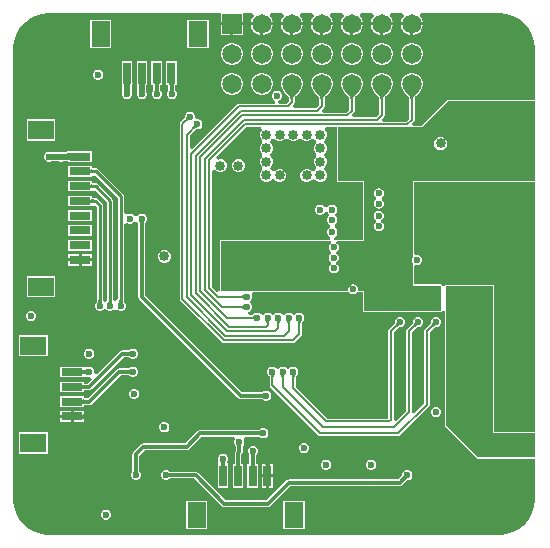
<source format=gbl>
G04*
G04 #@! TF.GenerationSoftware,Altium Limited,Altium Designer,21.0.8 (223)*
G04*
G04 Layer_Physical_Order=4*
G04 Layer_Color=16711680*
%FSLAX25Y25*%
%MOIN*%
G70*
G04*
G04 #@! TF.SameCoordinates,4FC8230A-67FA-47FE-B716-792534C6144D*
G04*
G04*
G04 #@! TF.FilePolarity,Positive*
G04*
G01*
G75*
%ADD10C,0.00787*%
G04:AMPARAMS|DCode=18|XSize=118.11mil|YSize=78.74mil|CornerRadius=3.94mil|HoleSize=0mil|Usage=FLASHONLY|Rotation=0.000|XOffset=0mil|YOffset=0mil|HoleType=Round|Shape=RoundedRectangle|*
%AMROUNDEDRECTD18*
21,1,0.11811,0.07087,0,0,0.0*
21,1,0.11024,0.07874,0,0,0.0*
1,1,0.00787,0.05512,-0.03543*
1,1,0.00787,-0.05512,-0.03543*
1,1,0.00787,-0.05512,0.03543*
1,1,0.00787,0.05512,0.03543*
%
%ADD18ROUNDEDRECTD18*%
%ADD19R,0.02756X0.07087*%
%ADD20R,0.06299X0.08661*%
%ADD21R,0.08661X0.06299*%
%ADD22R,0.07087X0.02756*%
%ADD97C,0.06500*%
%ADD98R,0.06500X0.06500*%
%ADD100C,0.02362*%
%ADD101C,0.01028*%
%ADD102C,0.01968*%
%ADD103C,0.01181*%
%ADD107C,0.03347*%
%ADD108C,0.23622*%
G36*
X165766Y175351D02*
X167307Y174938D01*
X168782Y174328D01*
X170164Y173530D01*
X171430Y172558D01*
X172558Y171430D01*
X173530Y170164D01*
X174328Y168782D01*
X174938Y167307D01*
X175351Y165766D01*
X175560Y164184D01*
Y163386D01*
Y146551D01*
X146618D01*
X146312Y146424D01*
X137777Y137890D01*
X134985D01*
X134602Y138813D01*
X135144Y139356D01*
X135342Y139651D01*
X135411Y140000D01*
Y147205D01*
X135459Y147329D01*
X135573Y147555D01*
X135726Y147806D01*
X135913Y148070D01*
X136735Y149024D01*
X137082Y149374D01*
X137115Y149453D01*
X137421Y149759D01*
X137901Y150591D01*
X138150Y151520D01*
Y152480D01*
X137901Y153409D01*
X137421Y154241D01*
X136741Y154921D01*
X135909Y155401D01*
X134980Y155650D01*
X134019D01*
X133091Y155401D01*
X132259Y154921D01*
X131579Y154241D01*
X131099Y153409D01*
X130850Y152480D01*
Y151520D01*
X131099Y150591D01*
X131579Y149759D01*
X131885Y149453D01*
X131918Y149374D01*
X132267Y149021D01*
X132853Y148369D01*
X133082Y148078D01*
X133274Y147805D01*
X133427Y147555D01*
X133541Y147330D01*
X133589Y147205D01*
Y140377D01*
X132623Y139411D01*
X125006D01*
X124624Y140335D01*
X125144Y140856D01*
X125342Y141151D01*
X125411Y141500D01*
Y147205D01*
X125459Y147329D01*
X125573Y147555D01*
X125726Y147806D01*
X125913Y148070D01*
X126735Y149024D01*
X127082Y149374D01*
X127115Y149453D01*
X127421Y149759D01*
X127901Y150591D01*
X128150Y151520D01*
Y152480D01*
X127901Y153409D01*
X127421Y154241D01*
X126741Y154921D01*
X125909Y155401D01*
X124980Y155650D01*
X124020D01*
X123091Y155401D01*
X122259Y154921D01*
X121579Y154241D01*
X121099Y153409D01*
X120850Y152480D01*
Y151520D01*
X121099Y150591D01*
X121579Y149759D01*
X121885Y149453D01*
X121918Y149374D01*
X122267Y149021D01*
X122853Y148369D01*
X123082Y148078D01*
X123274Y147805D01*
X123427Y147555D01*
X123541Y147330D01*
X123589Y147205D01*
Y141877D01*
X122623Y140911D01*
X115006D01*
X114624Y141835D01*
X115144Y142356D01*
X115342Y142651D01*
X115411Y143000D01*
Y147205D01*
X115459Y147329D01*
X115573Y147555D01*
X115726Y147806D01*
X115913Y148070D01*
X116735Y149024D01*
X117082Y149374D01*
X117115Y149453D01*
X117421Y149759D01*
X117901Y150591D01*
X118150Y151520D01*
Y152480D01*
X117901Y153409D01*
X117421Y154241D01*
X116741Y154921D01*
X115909Y155401D01*
X114980Y155650D01*
X114020D01*
X113091Y155401D01*
X112259Y154921D01*
X111579Y154241D01*
X111099Y153409D01*
X110850Y152480D01*
Y151520D01*
X111099Y150591D01*
X111579Y149759D01*
X111885Y149453D01*
X111918Y149374D01*
X112267Y149021D01*
X112853Y148369D01*
X113082Y148078D01*
X113274Y147805D01*
X113427Y147555D01*
X113541Y147330D01*
X113589Y147205D01*
Y143377D01*
X112623Y142411D01*
X105006D01*
X104624Y143335D01*
X105144Y143856D01*
X105342Y144151D01*
X105411Y144500D01*
Y147205D01*
X105459Y147329D01*
X105573Y147555D01*
X105726Y147806D01*
X105913Y148070D01*
X106736Y149024D01*
X107082Y149374D01*
X107115Y149453D01*
X107421Y149759D01*
X107901Y150591D01*
X108150Y151520D01*
Y152480D01*
X107901Y153409D01*
X107421Y154241D01*
X106741Y154921D01*
X105909Y155401D01*
X104981Y155650D01*
X104019D01*
X103091Y155401D01*
X102259Y154921D01*
X101579Y154241D01*
X101099Y153409D01*
X100850Y152480D01*
Y151520D01*
X101099Y150591D01*
X101579Y149759D01*
X101885Y149453D01*
X101918Y149374D01*
X102267Y149021D01*
X102853Y148369D01*
X103082Y148078D01*
X103274Y147805D01*
X103427Y147555D01*
X103541Y147330D01*
X103589Y147205D01*
Y144877D01*
X102623Y143911D01*
X95219D01*
X94836Y144835D01*
X95144Y145143D01*
X95342Y145439D01*
X95411Y145787D01*
Y147205D01*
X95459Y147329D01*
X95573Y147555D01*
X95726Y147806D01*
X95913Y148070D01*
X96736Y149024D01*
X97082Y149374D01*
X97115Y149453D01*
X97421Y149759D01*
X97901Y150591D01*
X98150Y151520D01*
Y152480D01*
X97901Y153409D01*
X97421Y154241D01*
X96741Y154921D01*
X95909Y155401D01*
X94981Y155650D01*
X94020D01*
X93091Y155401D01*
X92259Y154921D01*
X91579Y154241D01*
X91099Y153409D01*
X90850Y152480D01*
Y151520D01*
X91099Y150591D01*
X91579Y149759D01*
X91885Y149453D01*
X91918Y149374D01*
X92267Y149021D01*
X92853Y148369D01*
X93082Y148078D01*
X93274Y147805D01*
X93427Y147555D01*
X93541Y147330D01*
X93589Y147205D01*
Y146165D01*
X92835Y145411D01*
X90256D01*
X90057Y146411D01*
X90452Y146575D01*
X90925Y147048D01*
X91181Y147666D01*
Y148334D01*
X90925Y148952D01*
X90452Y149425D01*
X89834Y149681D01*
X89166D01*
X88548Y149425D01*
X88075Y148952D01*
X87819Y148334D01*
Y147666D01*
X88075Y147048D01*
X88548Y146575D01*
X88943Y146411D01*
X88744Y145411D01*
X77000D01*
X76651Y145342D01*
X76356Y145144D01*
X61335Y130124D01*
X60411Y130506D01*
Y134623D01*
X62619Y136831D01*
X62629Y136834D01*
X62666Y136819D01*
X63334D01*
X63952Y137075D01*
X64425Y137548D01*
X64681Y138166D01*
Y138834D01*
X64425Y139452D01*
X63952Y139925D01*
X63334Y140181D01*
X63063D01*
X62494Y140494D01*
X62181Y141063D01*
Y141334D01*
X61925Y141952D01*
X61452Y142425D01*
X60834Y142681D01*
X60166D01*
X59548Y142425D01*
X59075Y141952D01*
X58819Y141334D01*
Y140666D01*
X58834Y140629D01*
X58831Y140619D01*
X57356Y139144D01*
X57158Y138849D01*
X57089Y138500D01*
Y80272D01*
X57158Y79923D01*
X57356Y79628D01*
X71128Y65856D01*
X71423Y65658D01*
X71772Y65589D01*
X95000D01*
X95349Y65658D01*
X95644Y65856D01*
X97644Y67856D01*
X97842Y68151D01*
X97911Y68500D01*
Y72550D01*
X97916Y72560D01*
X97952Y72575D01*
X98425Y73048D01*
X98681Y73666D01*
Y74334D01*
X98425Y74952D01*
X97952Y75425D01*
X97334Y75681D01*
X96666D01*
X96048Y75425D01*
X95881Y75258D01*
X95250Y75056D01*
X94619Y75258D01*
X94452Y75425D01*
X93834Y75681D01*
X93166D01*
X92548Y75425D01*
X92381Y75258D01*
X91750Y75056D01*
X91119Y75258D01*
X90952Y75425D01*
X90334Y75681D01*
X89666D01*
X89048Y75425D01*
X88881Y75258D01*
X88250Y75056D01*
X87619Y75258D01*
X87452Y75425D01*
X86834Y75681D01*
X86166D01*
X85548Y75425D01*
X85381Y75258D01*
X84750Y75056D01*
X84119Y75258D01*
X83952Y75425D01*
X83334Y75681D01*
X82666D01*
X82048Y75425D01*
X81575Y74952D01*
X81560Y74916D01*
X81551Y74911D01*
X80256D01*
X80057Y75911D01*
X80452Y76075D01*
X80925Y76548D01*
X81181Y77166D01*
Y77834D01*
X80925Y78452D01*
X80758Y78619D01*
X80556Y79250D01*
X80758Y79881D01*
X80925Y80048D01*
X81181Y80666D01*
Y81334D01*
X81085Y81567D01*
X81575Y82488D01*
X81670Y82567D01*
X112991D01*
X113012Y82576D01*
X113034Y82569D01*
X113471Y82552D01*
X113979Y82136D01*
X114048Y82075D01*
X114666Y81819D01*
X115334D01*
X115952Y82075D01*
X116021Y82136D01*
X116529Y82552D01*
X116966Y82569D01*
X116988Y82576D01*
X117009Y82567D01*
X118232D01*
Y76632D01*
X118232Y76244D01*
X118232Y76244D01*
X118359Y75938D01*
X118665Y75811D01*
X118665Y75811D01*
X119053Y75811D01*
X143778Y75811D01*
X144165Y75811D01*
X144165Y75811D01*
X144472Y75938D01*
X144598Y76244D01*
X145567Y76169D01*
X145567Y45500D01*
Y38000D01*
X145694Y37694D01*
X156194Y27194D01*
X156500Y27067D01*
X175560D01*
Y13780D01*
X175560Y12982D01*
X175351Y11399D01*
X174938Y9858D01*
X174328Y8384D01*
X173530Y7002D01*
X172558Y5736D01*
X171430Y4607D01*
X170164Y3635D01*
X168782Y2838D01*
X167307Y2227D01*
X165766Y1814D01*
X164184Y1606D01*
X12982D01*
X11399Y1814D01*
X9858Y2227D01*
X8383Y2838D01*
X7001Y3636D01*
X5736Y4607D01*
X4607Y5736D01*
X3635Y7002D01*
X2838Y8383D01*
X2227Y9858D01*
X1814Y11399D01*
X1606Y12982D01*
X1606Y13780D01*
Y163386D01*
Y164184D01*
X1814Y165766D01*
X2227Y167307D01*
X2838Y168782D01*
X3636Y170164D01*
X4607Y171430D01*
X5736Y172558D01*
X7001Y173530D01*
X8384Y174328D01*
X9858Y174938D01*
X11399Y175351D01*
X12982Y175560D01*
X70750D01*
Y172500D01*
X78250D01*
Y175560D01*
X81342D01*
X81756Y174560D01*
X81499Y174302D01*
X81006Y173448D01*
X80752Y172500D01*
X88248D01*
X87994Y173448D01*
X87501Y174302D01*
X87244Y174560D01*
X87658Y175560D01*
X91342D01*
X91756Y174560D01*
X91499Y174302D01*
X91006Y173448D01*
X90752Y172500D01*
X98248D01*
X97994Y173448D01*
X97501Y174302D01*
X97244Y174560D01*
X97658Y175560D01*
X101342D01*
X101756Y174560D01*
X101499Y174302D01*
X101006Y173448D01*
X100752Y172500D01*
X108248D01*
X107994Y173448D01*
X107501Y174302D01*
X107244Y174560D01*
X107658Y175560D01*
X111342D01*
X111756Y174560D01*
X111499Y174302D01*
X111006Y173448D01*
X110752Y172500D01*
X118248D01*
X117994Y173448D01*
X117501Y174302D01*
X117244Y174560D01*
X117658Y175560D01*
X121342D01*
X121756Y174560D01*
X121499Y174302D01*
X121006Y173448D01*
X120752Y172500D01*
X128248D01*
X127994Y173448D01*
X127501Y174302D01*
X127244Y174560D01*
X127658Y175560D01*
X131342D01*
X131756Y174560D01*
X131499Y174302D01*
X131006Y173448D01*
X130752Y172500D01*
X138248D01*
X137994Y173448D01*
X137501Y174302D01*
X137244Y174560D01*
X137658Y175560D01*
X164184D01*
X165766Y175351D01*
D02*
G37*
G36*
X136418Y149319D02*
X135571Y148337D01*
X135364Y148043D01*
X135195Y147766D01*
X135063Y147505D01*
X134969Y147262D01*
X134913Y147035D01*
X134894Y146824D01*
X134106D01*
X134088Y147035D01*
X134031Y147262D01*
X133937Y147505D01*
X133805Y147766D01*
X133636Y148043D01*
X133429Y148337D01*
X133185Y148648D01*
X132582Y149319D01*
X132225Y149679D01*
X136775D01*
X136418Y149319D01*
D02*
G37*
G36*
X126418D02*
X125571Y148337D01*
X125364Y148043D01*
X125195Y147766D01*
X125063Y147505D01*
X124969Y147262D01*
X124913Y147035D01*
X124894Y146824D01*
X124106D01*
X124088Y147035D01*
X124031Y147262D01*
X123937Y147505D01*
X123805Y147766D01*
X123636Y148043D01*
X123429Y148337D01*
X123185Y148648D01*
X122582Y149319D01*
X122225Y149679D01*
X126775D01*
X126418Y149319D01*
D02*
G37*
G36*
X116418D02*
X115571Y148337D01*
X115364Y148043D01*
X115195Y147766D01*
X115063Y147505D01*
X114969Y147262D01*
X114912Y147035D01*
X114894Y146824D01*
X114106D01*
X114087Y147035D01*
X114031Y147262D01*
X113937Y147505D01*
X113805Y147766D01*
X113636Y148043D01*
X113429Y148337D01*
X113184Y148648D01*
X112582Y149319D01*
X112225Y149679D01*
X116775D01*
X116418Y149319D01*
D02*
G37*
G36*
X106418D02*
X105571Y148337D01*
X105364Y148043D01*
X105195Y147766D01*
X105063Y147505D01*
X104969Y147262D01*
X104912Y147035D01*
X104894Y146824D01*
X104106D01*
X104087Y147035D01*
X104031Y147262D01*
X103937Y147505D01*
X103805Y147766D01*
X103636Y148043D01*
X103429Y148337D01*
X103184Y148648D01*
X102582Y149319D01*
X102225Y149679D01*
X106775D01*
X106418Y149319D01*
D02*
G37*
G36*
X96418D02*
X95571Y148337D01*
X95364Y148043D01*
X95195Y147766D01*
X95063Y147505D01*
X94969Y147262D01*
X94912Y147035D01*
X94894Y146824D01*
X94106D01*
X94087Y147035D01*
X94031Y147262D01*
X93937Y147505D01*
X93805Y147766D01*
X93636Y148043D01*
X93429Y148337D01*
X93185Y148648D01*
X92582Y149319D01*
X92225Y149679D01*
X96775D01*
X96418Y149319D01*
D02*
G37*
G36*
X60488Y139819D02*
X60369Y139816D01*
X60254Y139805D01*
X60144Y139787D01*
X60037Y139760D01*
X59935Y139725D01*
X59838Y139683D01*
X59744Y139632D01*
X59655Y139574D01*
X59570Y139507D01*
X59490Y139433D01*
X58933Y139990D01*
X59008Y140070D01*
X59074Y140155D01*
X59132Y140244D01*
X59183Y140338D01*
X59225Y140435D01*
X59260Y140537D01*
X59287Y140644D01*
X59306Y140754D01*
X59316Y140869D01*
X59319Y140988D01*
X60488Y139819D01*
D02*
G37*
G36*
X62988Y137319D02*
X62869Y137316D01*
X62754Y137305D01*
X62644Y137287D01*
X62537Y137260D01*
X62435Y137225D01*
X62338Y137183D01*
X62244Y137132D01*
X62155Y137074D01*
X62070Y137007D01*
X61990Y136933D01*
X61433Y137490D01*
X61507Y137570D01*
X61574Y137655D01*
X61632Y137744D01*
X61683Y137838D01*
X61725Y137935D01*
X61760Y138037D01*
X61787Y138144D01*
X61805Y138254D01*
X61816Y138369D01*
X61819Y138488D01*
X62988Y137319D01*
D02*
G37*
G36*
X109516Y137457D02*
X109516Y120002D01*
X109516Y119614D01*
X109516Y119614D01*
X109643Y119308D01*
X109949Y119181D01*
X109949Y119181D01*
X110336Y119181D01*
X118232Y119181D01*
Y99933D01*
X109430D01*
X109331Y99892D01*
X109224Y99881D01*
X108583Y100066D01*
X108857Y101035D01*
X108952Y101075D01*
X109425Y101548D01*
X109681Y102166D01*
Y102834D01*
X109425Y103452D01*
X108952Y103925D01*
X108766Y104002D01*
Y105085D01*
X108952Y105161D01*
X109425Y105634D01*
X109681Y106252D01*
Y106921D01*
X109425Y107539D01*
X109319Y107645D01*
X109063Y108293D01*
X109319Y108942D01*
X109425Y109048D01*
X109681Y109666D01*
Y110334D01*
X109425Y110952D01*
X108952Y111425D01*
X108334Y111681D01*
X107666D01*
X107048Y111425D01*
X106575Y110952D01*
X106541Y110871D01*
X105459D01*
X105425Y110952D01*
X104952Y111425D01*
X104334Y111681D01*
X103666D01*
X103048Y111425D01*
X102575Y110952D01*
X102319Y110334D01*
Y109666D01*
X102575Y109048D01*
X103048Y108575D01*
X103666Y108319D01*
X104334D01*
X104952Y108575D01*
X105425Y109048D01*
X105459Y109129D01*
X106459D01*
X106936Y108293D01*
X106681Y107645D01*
X106575Y107539D01*
X106319Y106921D01*
Y106252D01*
X106575Y105634D01*
X107048Y105161D01*
X107234Y105085D01*
Y104002D01*
X107048Y103925D01*
X106575Y103452D01*
X106319Y102834D01*
Y102166D01*
X106575Y101548D01*
X107048Y101075D01*
X107143Y101035D01*
X107191Y101007D01*
X107382Y100891D01*
X107191Y99933D01*
X106845Y99933D01*
X71000D01*
X70694Y99806D01*
X70567Y99500D01*
Y83136D01*
X70207Y82862D01*
X69643Y82645D01*
X67911Y84377D01*
Y123039D01*
X68501Y123295D01*
X68911Y123346D01*
X69434Y122823D01*
X70233Y122492D01*
X71098D01*
X71896Y122823D01*
X72508Y123434D01*
X72839Y124233D01*
Y125098D01*
X72508Y125896D01*
X71896Y126508D01*
X71098Y126839D01*
X70233D01*
X69906Y126703D01*
X69340Y127551D01*
X79377Y137589D01*
X84157D01*
X84515Y136589D01*
X84158Y136231D01*
X83827Y135432D01*
Y134568D01*
X84158Y133769D01*
X84580Y133346D01*
X84692Y132750D01*
X84580Y132153D01*
X84158Y131731D01*
X83827Y130932D01*
Y130068D01*
X84158Y129269D01*
X84580Y128847D01*
X84692Y128250D01*
X84580Y127654D01*
X84158Y127231D01*
X83827Y126432D01*
Y125568D01*
X84158Y124769D01*
X84580Y124346D01*
X84692Y123750D01*
X84580Y123153D01*
X84158Y122731D01*
X83827Y121932D01*
Y121068D01*
X84158Y120269D01*
X84769Y119658D01*
X85568Y119327D01*
X86432D01*
X87231Y119658D01*
X87653Y120080D01*
X88250Y120192D01*
X88846Y120080D01*
X89269Y119658D01*
X90068Y119327D01*
X90932D01*
X91731Y119658D01*
X92342Y120269D01*
X92673Y121068D01*
Y121932D01*
X92342Y122731D01*
X91731Y123342D01*
X90932Y123673D01*
X90068D01*
X89269Y123342D01*
X88846Y122920D01*
X88250Y122808D01*
X87758Y122900D01*
X87316Y123793D01*
X87420Y124346D01*
X87842Y124769D01*
X88173Y125568D01*
Y126432D01*
X87842Y127231D01*
X87420Y127654D01*
X87308Y128250D01*
X87420Y128847D01*
X87842Y129269D01*
X88173Y130068D01*
Y130932D01*
X87842Y131731D01*
X87420Y132153D01*
X87308Y132750D01*
X87420Y133346D01*
X87653Y133580D01*
X88250Y133692D01*
X88846Y133580D01*
X89269Y133158D01*
X90068Y132827D01*
X90932D01*
X91731Y133158D01*
X92154Y133580D01*
X92750Y133692D01*
X93347Y133580D01*
X93769Y133158D01*
X94568Y132827D01*
X95432D01*
X96231Y133158D01*
X96653Y133580D01*
X97250Y133692D01*
X97847Y133580D01*
X98269Y133158D01*
X99068Y132827D01*
X99932D01*
X100731Y133158D01*
X101154Y133580D01*
X101707Y133684D01*
X102600Y133242D01*
X102692Y132750D01*
X102580Y132153D01*
X102158Y131731D01*
X101827Y130932D01*
Y130068D01*
X102158Y129269D01*
X102580Y128847D01*
X102692Y128250D01*
X102580Y127654D01*
X102158Y127231D01*
X101827Y126432D01*
Y125568D01*
X102158Y124769D01*
X102580Y124346D01*
X102684Y123793D01*
X102242Y122900D01*
X101750Y122808D01*
X101154Y122920D01*
X100731Y123342D01*
X99932Y123673D01*
X99068D01*
X98269Y123342D01*
X97658Y122731D01*
X97327Y121932D01*
Y121068D01*
X97658Y120269D01*
X98269Y119658D01*
X99068Y119327D01*
X99932D01*
X100731Y119658D01*
X101154Y120080D01*
X101750Y120192D01*
X102347Y120080D01*
X102769Y119658D01*
X103568Y119327D01*
X104432D01*
X105231Y119658D01*
X105842Y120269D01*
X106173Y121068D01*
Y121932D01*
X105842Y122731D01*
X105420Y123153D01*
X105308Y123750D01*
X105420Y124346D01*
X105842Y124769D01*
X106173Y125568D01*
Y126432D01*
X105842Y127231D01*
X105420Y127654D01*
X105308Y128250D01*
X105420Y128847D01*
X105842Y129269D01*
X106173Y130068D01*
Y130932D01*
X105842Y131731D01*
X105420Y132153D01*
X105308Y132750D01*
X105420Y133346D01*
X105842Y133769D01*
X106173Y134568D01*
Y135432D01*
X105842Y136231D01*
X105485Y136589D01*
X105843Y137589D01*
X109428D01*
X109516Y137457D01*
D02*
G37*
G36*
X175560Y119614D02*
X134961D01*
Y94382D01*
X134953Y94377D01*
X134582Y93821D01*
X134451Y93165D01*
X134582Y92509D01*
X134953Y91953D01*
X134961Y91948D01*
Y84665D01*
X144165Y84665D01*
X144165Y76244D01*
X118665Y76244D01*
Y83000D01*
X117009D01*
X116692Y83386D01*
X116714Y83500D01*
X116584Y84156D01*
X116212Y84712D01*
X115656Y85084D01*
X115000Y85214D01*
X114344Y85084D01*
X113788Y84712D01*
X113416Y84156D01*
X113286Y83500D01*
X113309Y83386D01*
X112991Y83000D01*
X71000D01*
Y99500D01*
X107570D01*
X107719Y99000D01*
X107288Y98712D01*
X106916Y98156D01*
X106786Y97500D01*
X106916Y96844D01*
X107288Y96288D01*
X107677Y96028D01*
X107685Y96008D01*
Y95492D01*
X107677Y95472D01*
X107288Y95212D01*
X106916Y94656D01*
X106786Y94000D01*
X106916Y93344D01*
X107288Y92788D01*
X107677Y92528D01*
X107685Y92508D01*
Y91992D01*
X107677Y91972D01*
X107288Y91712D01*
X106916Y91156D01*
X106786Y90500D01*
X106916Y89844D01*
X107288Y89288D01*
X107844Y88916D01*
X108500Y88786D01*
X109156Y88916D01*
X109712Y89288D01*
X110084Y89844D01*
X110214Y90500D01*
X110084Y91156D01*
X109712Y91712D01*
X109323Y91972D01*
X109315Y91992D01*
Y92508D01*
X109323Y92528D01*
X109712Y92788D01*
X110084Y93344D01*
X110214Y94000D01*
X110084Y94656D01*
X109712Y95212D01*
X109323Y95472D01*
X109315Y95492D01*
Y96008D01*
X109323Y96028D01*
X109712Y96288D01*
X110084Y96844D01*
X110214Y97500D01*
X110084Y98156D01*
X109712Y98712D01*
X109281Y99000D01*
X109430Y99500D01*
X118665D01*
Y119614D01*
X109949Y119614D01*
X109949Y137457D01*
X137957D01*
X146618Y146118D01*
X175560D01*
Y119614D01*
D02*
G37*
G36*
X78657Y80173D02*
X78570Y80256D01*
X78482Y80329D01*
X78390Y80394D01*
X78296Y80450D01*
X78200Y80498D01*
X78100Y80537D01*
X77999Y80567D01*
X77894Y80589D01*
X77787Y80602D01*
X77678Y80606D01*
Y81394D01*
X77787Y81398D01*
X77894Y81411D01*
X77999Y81433D01*
X78100Y81463D01*
X78200Y81502D01*
X78296Y81550D01*
X78390Y81606D01*
X78482Y81671D01*
X78570Y81744D01*
X78657Y81827D01*
Y80173D01*
D02*
G37*
G36*
Y76673D02*
X78570Y76755D01*
X78482Y76829D01*
X78390Y76894D01*
X78296Y76950D01*
X78200Y76998D01*
X78100Y77037D01*
X77999Y77067D01*
X77894Y77089D01*
X77787Y77102D01*
X77678Y77106D01*
Y77894D01*
X77787Y77898D01*
X77894Y77911D01*
X77999Y77933D01*
X78100Y77963D01*
X78200Y78002D01*
X78296Y78050D01*
X78390Y78106D01*
X78482Y78171D01*
X78570Y78245D01*
X78657Y78327D01*
Y76673D01*
D02*
G37*
G36*
X82156Y73173D02*
X82070Y73255D01*
X81981Y73329D01*
X81890Y73394D01*
X81796Y73450D01*
X81700Y73498D01*
X81600Y73537D01*
X81499Y73567D01*
X81394Y73589D01*
X81287Y73602D01*
X81178Y73606D01*
Y74394D01*
X81287Y74398D01*
X81394Y74411D01*
X81499Y74433D01*
X81600Y74463D01*
X81700Y74502D01*
X81796Y74550D01*
X81890Y74606D01*
X81981Y74671D01*
X82070Y74744D01*
X82156Y74827D01*
Y73173D01*
D02*
G37*
G36*
X97745Y73070D02*
X97671Y72982D01*
X97606Y72890D01*
X97550Y72796D01*
X97502Y72700D01*
X97463Y72600D01*
X97433Y72499D01*
X97411Y72394D01*
X97398Y72287D01*
X97394Y72178D01*
X96606D01*
X96602Y72287D01*
X96589Y72394D01*
X96567Y72499D01*
X96537Y72600D01*
X96498Y72700D01*
X96450Y72796D01*
X96394Y72890D01*
X96329Y72982D01*
X96255Y73070D01*
X96173Y73156D01*
X97827D01*
X97745Y73070D01*
D02*
G37*
G36*
X94244D02*
X94171Y72982D01*
X94106Y72890D01*
X94050Y72796D01*
X94002Y72700D01*
X93963Y72600D01*
X93933Y72499D01*
X93911Y72394D01*
X93898Y72287D01*
X93894Y72178D01*
X93106D01*
X93102Y72287D01*
X93089Y72394D01*
X93067Y72499D01*
X93037Y72600D01*
X92998Y72700D01*
X92950Y72796D01*
X92894Y72890D01*
X92829Y72982D01*
X92756Y73070D01*
X92673Y73156D01*
X94327D01*
X94244Y73070D01*
D02*
G37*
G36*
X90745D02*
X90671Y72982D01*
X90606Y72890D01*
X90550Y72796D01*
X90502Y72700D01*
X90463Y72600D01*
X90433Y72499D01*
X90411Y72394D01*
X90398Y72287D01*
X90394Y72178D01*
X89606D01*
X89602Y72287D01*
X89589Y72394D01*
X89567Y72499D01*
X89537Y72600D01*
X89498Y72700D01*
X89450Y72796D01*
X89394Y72890D01*
X89329Y72982D01*
X89255Y73070D01*
X89173Y73156D01*
X90827D01*
X90745Y73070D01*
D02*
G37*
G36*
X87244D02*
X87171Y72982D01*
X87106Y72890D01*
X87050Y72796D01*
X87002Y72700D01*
X86963Y72600D01*
X86933Y72499D01*
X86911Y72394D01*
X86898Y72287D01*
X86894Y72178D01*
X86106D01*
X86102Y72287D01*
X86089Y72394D01*
X86067Y72499D01*
X86037Y72600D01*
X85998Y72700D01*
X85950Y72796D01*
X85894Y72890D01*
X85829Y72982D01*
X85755Y73070D01*
X85673Y73156D01*
X87327D01*
X87244Y73070D01*
D02*
G37*
G36*
X175560Y118500D02*
Y36500D01*
Y35933D01*
X161933D01*
Y45500D01*
X161933Y84500D01*
X161806Y84806D01*
X161500Y84933D01*
X146388D01*
X146000Y84933D01*
X146000Y84933D01*
X145694Y84806D01*
X145567Y84500D01*
X144598Y84575D01*
Y84665D01*
X144472Y84971D01*
X144165Y85098D01*
X135394Y85098D01*
Y91192D01*
X135831Y91484D01*
X136500D01*
X137118Y91740D01*
X137157Y91780D01*
X137591Y92213D01*
X137847Y92831D01*
Y93500D01*
X137591Y94118D01*
X137157Y94551D01*
X137118Y94591D01*
X136500Y94846D01*
X135831D01*
X135394Y95139D01*
Y119181D01*
X175560D01*
Y118500D01*
D02*
G37*
G36*
X161500Y45500D02*
Y35500D01*
X175560D01*
Y27500D01*
X156500D01*
X146000Y38000D01*
Y45500D01*
X146000Y84500D01*
X161500D01*
X161500Y45500D01*
D02*
G37*
%LPC*%
G36*
X138248Y171500D02*
X135000D01*
Y168252D01*
X135948Y168506D01*
X136802Y168999D01*
X137501Y169697D01*
X137994Y170553D01*
X138248Y171500D01*
D02*
G37*
G36*
X134000D02*
X130752D01*
X131006Y170553D01*
X131499Y169697D01*
X132197Y168999D01*
X133053Y168506D01*
X134000Y168252D01*
Y171500D01*
D02*
G37*
G36*
X128248D02*
X125000D01*
Y168252D01*
X125947Y168506D01*
X126803Y168999D01*
X127501Y169697D01*
X127994Y170553D01*
X128248Y171500D01*
D02*
G37*
G36*
X124000D02*
X120752D01*
X121006Y170553D01*
X121499Y169697D01*
X122197Y168999D01*
X123053Y168506D01*
X124000Y168252D01*
Y171500D01*
D02*
G37*
G36*
X118248D02*
X115000D01*
Y168252D01*
X115947Y168506D01*
X116803Y168999D01*
X117501Y169697D01*
X117994Y170553D01*
X118248Y171500D01*
D02*
G37*
G36*
X114000D02*
X110752D01*
X111006Y170553D01*
X111499Y169697D01*
X112197Y168999D01*
X113052Y168506D01*
X114000Y168252D01*
Y171500D01*
D02*
G37*
G36*
X108248D02*
X105000D01*
Y168252D01*
X105947Y168506D01*
X106802Y168999D01*
X107501Y169697D01*
X107994Y170553D01*
X108248Y171500D01*
D02*
G37*
G36*
X104000D02*
X100752D01*
X101006Y170553D01*
X101499Y169697D01*
X102198Y168999D01*
X103052Y168506D01*
X104000Y168252D01*
Y171500D01*
D02*
G37*
G36*
X98248D02*
X95000D01*
Y168252D01*
X95947Y168506D01*
X96803Y168999D01*
X97501Y169697D01*
X97994Y170553D01*
X98248Y171500D01*
D02*
G37*
G36*
X94000D02*
X90752D01*
X91006Y170553D01*
X91499Y169697D01*
X92198Y168999D01*
X93053Y168506D01*
X94000Y168252D01*
Y171500D01*
D02*
G37*
G36*
X88248D02*
X85000D01*
Y168252D01*
X85948Y168506D01*
X86803Y168999D01*
X87501Y169697D01*
X87994Y170553D01*
X88248Y171500D01*
D02*
G37*
G36*
X84000D02*
X80752D01*
X81006Y170553D01*
X81499Y169697D01*
X82197Y168999D01*
X83052Y168506D01*
X84000Y168252D01*
Y171500D01*
D02*
G37*
G36*
X78250D02*
X75000D01*
Y168250D01*
X78250D01*
Y171500D01*
D02*
G37*
G36*
X74000D02*
X70750D01*
Y168250D01*
X74000D01*
Y171500D01*
D02*
G37*
G36*
X66790Y173380D02*
X59691D01*
Y163919D01*
X66790D01*
Y173380D01*
D02*
G37*
G36*
X34309D02*
X27210D01*
Y163919D01*
X34309D01*
Y173380D01*
D02*
G37*
G36*
X134980Y165650D02*
X134019D01*
X133091Y165401D01*
X132259Y164921D01*
X131579Y164241D01*
X131099Y163409D01*
X130850Y162480D01*
Y161520D01*
X131099Y160591D01*
X131579Y159759D01*
X132259Y159079D01*
X133091Y158599D01*
X134019Y158350D01*
X134980D01*
X135909Y158599D01*
X136741Y159079D01*
X137421Y159759D01*
X137901Y160591D01*
X138150Y161520D01*
Y162480D01*
X137901Y163409D01*
X137421Y164241D01*
X136741Y164921D01*
X135909Y165401D01*
X134980Y165650D01*
D02*
G37*
G36*
X124980D02*
X124020D01*
X123091Y165401D01*
X122259Y164921D01*
X121579Y164241D01*
X121099Y163409D01*
X120850Y162480D01*
Y161520D01*
X121099Y160591D01*
X121579Y159759D01*
X122259Y159079D01*
X123091Y158599D01*
X124020Y158350D01*
X124980D01*
X125909Y158599D01*
X126741Y159079D01*
X127421Y159759D01*
X127901Y160591D01*
X128150Y161520D01*
Y162480D01*
X127901Y163409D01*
X127421Y164241D01*
X126741Y164921D01*
X125909Y165401D01*
X124980Y165650D01*
D02*
G37*
G36*
X114980D02*
X114020D01*
X113091Y165401D01*
X112259Y164921D01*
X111579Y164241D01*
X111099Y163409D01*
X110850Y162480D01*
Y161520D01*
X111099Y160591D01*
X111579Y159759D01*
X112259Y159079D01*
X113091Y158599D01*
X114020Y158350D01*
X114980D01*
X115909Y158599D01*
X116741Y159079D01*
X117421Y159759D01*
X117901Y160591D01*
X118150Y161520D01*
Y162480D01*
X117901Y163409D01*
X117421Y164241D01*
X116741Y164921D01*
X115909Y165401D01*
X114980Y165650D01*
D02*
G37*
G36*
X104981D02*
X104019D01*
X103091Y165401D01*
X102259Y164921D01*
X101579Y164241D01*
X101099Y163409D01*
X100850Y162480D01*
Y161520D01*
X101099Y160591D01*
X101579Y159759D01*
X102259Y159079D01*
X103091Y158599D01*
X104019Y158350D01*
X104981D01*
X105909Y158599D01*
X106741Y159079D01*
X107421Y159759D01*
X107901Y160591D01*
X108150Y161520D01*
Y162480D01*
X107901Y163409D01*
X107421Y164241D01*
X106741Y164921D01*
X105909Y165401D01*
X104981Y165650D01*
D02*
G37*
G36*
X94981D02*
X94020D01*
X93091Y165401D01*
X92259Y164921D01*
X91579Y164241D01*
X91099Y163409D01*
X90850Y162480D01*
Y161520D01*
X91099Y160591D01*
X91579Y159759D01*
X92259Y159079D01*
X93091Y158599D01*
X94020Y158350D01*
X94981D01*
X95909Y158599D01*
X96741Y159079D01*
X97421Y159759D01*
X97901Y160591D01*
X98150Y161520D01*
Y162480D01*
X97901Y163409D01*
X97421Y164241D01*
X96741Y164921D01*
X95909Y165401D01*
X94981Y165650D01*
D02*
G37*
G36*
X84980D02*
X84020D01*
X83091Y165401D01*
X82259Y164921D01*
X81579Y164241D01*
X81099Y163409D01*
X80850Y162480D01*
Y161520D01*
X81099Y160591D01*
X81579Y159759D01*
X82259Y159079D01*
X83091Y158599D01*
X84020Y158350D01*
X84980D01*
X85909Y158599D01*
X86741Y159079D01*
X87421Y159759D01*
X87901Y160591D01*
X88150Y161520D01*
Y162480D01*
X87901Y163409D01*
X87421Y164241D01*
X86741Y164921D01*
X85909Y165401D01*
X84980Y165650D01*
D02*
G37*
G36*
X74980D02*
X74019D01*
X73091Y165401D01*
X72259Y164921D01*
X71579Y164241D01*
X71099Y163409D01*
X70850Y162480D01*
Y161520D01*
X71099Y160591D01*
X71579Y159759D01*
X72259Y159079D01*
X73091Y158599D01*
X74019Y158350D01*
X74980D01*
X75909Y158599D01*
X76741Y159079D01*
X77421Y159759D01*
X77901Y160591D01*
X78150Y161520D01*
Y162480D01*
X77901Y163409D01*
X77421Y164241D01*
X76741Y164921D01*
X75909Y165401D01*
X74980Y165650D01*
D02*
G37*
G36*
X30334Y156681D02*
X29666D01*
X29048Y156425D01*
X28575Y155952D01*
X28319Y155334D01*
Y154666D01*
X28575Y154048D01*
X29048Y153575D01*
X29666Y153319D01*
X30334D01*
X30952Y153575D01*
X31425Y154048D01*
X31681Y154666D01*
Y155334D01*
X31425Y155952D01*
X30952Y156425D01*
X30334Y156681D01*
D02*
G37*
G36*
X84980Y155650D02*
X84020D01*
X83091Y155401D01*
X82259Y154921D01*
X81579Y154241D01*
X81099Y153409D01*
X80850Y152480D01*
Y151520D01*
X81099Y150591D01*
X81579Y149759D01*
X82259Y149079D01*
X83091Y148599D01*
X84020Y148350D01*
X84980D01*
X85909Y148599D01*
X86741Y149079D01*
X87421Y149759D01*
X87901Y150591D01*
X88150Y151520D01*
Y152480D01*
X87901Y153409D01*
X87421Y154241D01*
X86741Y154921D01*
X85909Y155401D01*
X84980Y155650D01*
D02*
G37*
G36*
X74980D02*
X74019D01*
X73091Y155401D01*
X72259Y154921D01*
X71579Y154241D01*
X71099Y153409D01*
X70850Y152480D01*
Y151520D01*
X71099Y150591D01*
X71579Y149759D01*
X72259Y149079D01*
X73091Y148599D01*
X74019Y148350D01*
X74980D01*
X75909Y148599D01*
X76741Y149079D01*
X77421Y149759D01*
X77901Y150591D01*
X78150Y151520D01*
Y152480D01*
X77901Y153409D01*
X77421Y154241D01*
X76741Y154921D01*
X75909Y155401D01*
X74980Y155650D01*
D02*
G37*
G36*
X56160Y159601D02*
X52604D01*
Y151714D01*
X53202D01*
X53214Y151708D01*
X53275Y151701D01*
X53276Y151701D01*
X53277Y151700D01*
X53290Y151686D01*
X53314Y151645D01*
X53329Y151609D01*
Y149706D01*
X53075Y149452D01*
X52819Y148834D01*
Y148166D01*
X53075Y147548D01*
X53548Y147075D01*
X54166Y146819D01*
X54834D01*
X55452Y147075D01*
X55925Y147548D01*
X56181Y148166D01*
Y148834D01*
X55925Y149452D01*
X55553Y149825D01*
Y151609D01*
X55568Y151645D01*
X55592Y151686D01*
X55605Y151700D01*
X55606Y151701D01*
X55607Y151701D01*
X55668Y151708D01*
X55680Y151714D01*
X56160D01*
Y159601D01*
D02*
G37*
G36*
X51239D02*
X47683D01*
Y151714D01*
X48241D01*
X48253Y151708D01*
X48314Y151701D01*
X48315Y151701D01*
X48316Y151700D01*
X48329Y151686D01*
X48354Y151645D01*
X48368Y151609D01*
Y149746D01*
X48075Y149452D01*
X47819Y148834D01*
Y148166D01*
X48075Y147548D01*
X48548Y147075D01*
X49166Y146819D01*
X49834D01*
X50452Y147075D01*
X50925Y147548D01*
X51181Y148166D01*
Y148834D01*
X50925Y149452D01*
X50592Y149785D01*
Y151609D01*
X50607Y151645D01*
X50631Y151686D01*
X50644Y151700D01*
X50646Y151701D01*
X50646Y151701D01*
X50707Y151708D01*
X50719Y151714D01*
X51239D01*
Y159601D01*
D02*
G37*
G36*
X46317D02*
X42761D01*
Y152714D01*
X42761Y152251D01*
X42757Y152245D01*
X42758Y152168D01*
X42740Y152126D01*
X42761Y151714D01*
X43006Y150725D01*
Y149287D01*
X42819Y148834D01*
Y148166D01*
X43075Y147548D01*
X43548Y147075D01*
X44166Y146819D01*
X44834D01*
X45452Y147075D01*
X45925Y147548D01*
X46181Y148166D01*
Y148834D01*
X46033Y149192D01*
Y151564D01*
X46062Y151682D01*
X46075Y151714D01*
X46317Y151714D01*
X46338Y152126D01*
X46324Y152162D01*
X46325Y152234D01*
X46317Y152244D01*
Y159601D01*
D02*
G37*
G36*
X41396D02*
X37840D01*
Y152714D01*
X37840Y152259D01*
X37840Y152259D01*
X37840Y152176D01*
X37819Y152126D01*
X37840Y151714D01*
X38046Y150718D01*
Y149382D01*
X37819Y148834D01*
Y148166D01*
X38075Y147548D01*
X38548Y147075D01*
X39166Y146819D01*
X39834D01*
X40452Y147075D01*
X40925Y147548D01*
X41181Y148166D01*
Y148834D01*
X41072Y149097D01*
Y151518D01*
X41076Y151538D01*
X41112Y151670D01*
X41131Y151714D01*
X41396Y151714D01*
X41417Y152126D01*
X41404Y152157D01*
X41406Y152225D01*
X41396Y152238D01*
Y159601D01*
D02*
G37*
G36*
X15731Y140132D02*
X6269D01*
Y133033D01*
X15731D01*
Y140132D01*
D02*
G37*
G36*
X20461Y129523D02*
X20049Y129502D01*
X19063Y129238D01*
X18239D01*
X17834Y129405D01*
X17166D01*
X16761Y129238D01*
X14232D01*
X13827Y129405D01*
X13159D01*
X12541Y129150D01*
X12068Y128677D01*
X11812Y128059D01*
Y127390D01*
X12068Y126772D01*
X12541Y126299D01*
X13159Y126043D01*
X13827D01*
X14232Y126211D01*
X16761D01*
X17166Y126043D01*
X17834D01*
X18239Y126211D01*
X19921D01*
X20022Y126187D01*
X20049Y126178D01*
X20049Y125946D01*
X20461Y125926D01*
X20499Y125941D01*
X20574Y125941D01*
X20582Y125946D01*
X27935D01*
Y129502D01*
X21049D01*
X20582Y129502D01*
X20574Y129508D01*
X20499Y129507D01*
X20461Y129523D01*
D02*
G37*
G36*
X27935Y109817D02*
X20049D01*
Y106261D01*
X27935D01*
Y109817D01*
D02*
G37*
G36*
Y104896D02*
X20049D01*
Y101340D01*
X27935D01*
Y104896D01*
D02*
G37*
G36*
Y99975D02*
X20049D01*
Y96419D01*
X27935D01*
Y99975D01*
D02*
G37*
G36*
X28035Y95153D02*
X24492D01*
Y93776D01*
X28035D01*
Y95153D01*
D02*
G37*
G36*
X23492D02*
X19949D01*
Y93776D01*
X23492D01*
Y95153D01*
D02*
G37*
G36*
X52432Y96673D02*
X51568D01*
X50769Y96342D01*
X50158Y95731D01*
X49827Y94932D01*
Y94068D01*
X50158Y93269D01*
X50769Y92658D01*
X51568Y92327D01*
X52432D01*
X53231Y92658D01*
X53842Y93269D01*
X54173Y94068D01*
Y94932D01*
X53842Y95731D01*
X53231Y96342D01*
X52432Y96673D01*
D02*
G37*
G36*
X28035Y92776D02*
X24492D01*
Y91398D01*
X28035D01*
Y92776D01*
D02*
G37*
G36*
X23492D02*
X19949D01*
Y91398D01*
X23492D01*
Y92776D01*
D02*
G37*
G36*
X15731Y87967D02*
X6269D01*
Y80868D01*
X15731D01*
Y87967D01*
D02*
G37*
G36*
X27935Y124581D02*
X20049D01*
Y121025D01*
X27935D01*
Y121367D01*
X28935Y121602D01*
X36466Y114072D01*
Y80111D01*
X35466Y79681D01*
X35034Y80089D01*
Y113000D01*
X35034Y113000D01*
X34955Y113396D01*
X34731Y113731D01*
X34731Y113731D01*
X29849Y118613D01*
X29514Y118837D01*
X29118Y118916D01*
X27961D01*
X27945Y118925D01*
X27942Y118956D01*
X27935Y118968D01*
Y119660D01*
X20049D01*
Y116104D01*
X27935D01*
Y116255D01*
X28935Y116602D01*
X32966Y112572D01*
Y79816D01*
X32250Y79398D01*
X31534Y79816D01*
Y111500D01*
X31534Y111500D01*
X31455Y111896D01*
X31231Y112231D01*
X29770Y113692D01*
X29435Y113916D01*
X29039Y113995D01*
X27961D01*
X27945Y114004D01*
X27942Y114034D01*
X27935Y114047D01*
Y114739D01*
X20049D01*
Y111183D01*
X27935D01*
Y111183D01*
X28903Y111268D01*
X29466Y110827D01*
Y79344D01*
X29075Y78952D01*
X28819Y78334D01*
Y77666D01*
X29075Y77048D01*
X29548Y76575D01*
X30166Y76319D01*
X30834D01*
X31452Y76575D01*
X31619Y76742D01*
X32250Y76944D01*
X32881Y76742D01*
X33048Y76575D01*
X33666Y76319D01*
X34334D01*
X34952Y76575D01*
X35119Y76742D01*
X35750Y76944D01*
X36381Y76742D01*
X36548Y76575D01*
X37166Y76319D01*
X37834D01*
X38452Y76575D01*
X38925Y77048D01*
X39181Y77666D01*
Y78334D01*
X38925Y78952D01*
X38534Y79344D01*
Y105175D01*
X39534Y105589D01*
X39548Y105575D01*
X40166Y105319D01*
X40834D01*
X41452Y105575D01*
X41685Y105807D01*
X42722Y105833D01*
X42883Y105790D01*
X43388Y105273D01*
Y81000D01*
X43388Y81000D01*
X43473Y80575D01*
X43714Y80214D01*
X76714Y47214D01*
X76714Y47214D01*
X77074Y46973D01*
X77500Y46888D01*
X77500Y46888D01*
X84734D01*
X85048Y46575D01*
X85666Y46319D01*
X86334D01*
X86952Y46575D01*
X87425Y47048D01*
X87681Y47666D01*
Y48334D01*
X87425Y48952D01*
X86952Y49425D01*
X86334Y49681D01*
X85666D01*
X85048Y49425D01*
X84734Y49112D01*
X77961D01*
X45612Y81461D01*
Y105735D01*
X45925Y106048D01*
X46181Y106666D01*
Y107334D01*
X45925Y107952D01*
X45452Y108425D01*
X44834Y108681D01*
X44166D01*
X43548Y108425D01*
X43075Y107952D01*
X43041Y107871D01*
X41959D01*
X41925Y107952D01*
X41452Y108425D01*
X40834Y108681D01*
X40166D01*
X39548Y108425D01*
X39534Y108411D01*
X38534Y108826D01*
Y114500D01*
X38455Y114896D01*
X38231Y115231D01*
X38231Y115231D01*
X29928Y123534D01*
X29592Y123758D01*
X29197Y123837D01*
X27961D01*
X27945Y123846D01*
X27942Y123877D01*
X27935Y123889D01*
Y124581D01*
D02*
G37*
G36*
X7834Y76181D02*
X7166D01*
X6548Y75925D01*
X6075Y75452D01*
X5819Y74834D01*
Y74166D01*
X6075Y73548D01*
X6548Y73075D01*
X7166Y72819D01*
X7834D01*
X8452Y73075D01*
X8925Y73548D01*
X9181Y74166D01*
Y74834D01*
X8925Y75452D01*
X8452Y75925D01*
X7834Y76181D01*
D02*
G37*
G36*
X142834Y74181D02*
X142166D01*
X141548Y73925D01*
X141075Y73452D01*
X140819Y72834D01*
Y72166D01*
X140834Y72129D01*
X140831Y72119D01*
X138856Y70144D01*
X138658Y69849D01*
X138589Y69500D01*
Y45377D01*
X135361Y42150D01*
X134679Y42401D01*
X134411Y42614D01*
Y69123D01*
X136119Y70831D01*
X136129Y70834D01*
X136166Y70819D01*
X136834D01*
X137452Y71075D01*
X137925Y71548D01*
X138181Y72166D01*
Y72834D01*
X137925Y73452D01*
X137452Y73925D01*
X136834Y74181D01*
X136166D01*
X135548Y73925D01*
X135075Y73452D01*
X134819Y72834D01*
Y72166D01*
X134834Y72129D01*
X134831Y72119D01*
X132856Y70144D01*
X132658Y69849D01*
X132589Y69500D01*
Y42877D01*
X129371Y39659D01*
X128775Y39847D01*
X128411Y40114D01*
Y69123D01*
X130119Y70831D01*
X130129Y70834D01*
X130166Y70819D01*
X130834D01*
X131452Y71075D01*
X131925Y71548D01*
X132181Y72166D01*
Y72834D01*
X131925Y73452D01*
X131452Y73925D01*
X130834Y74181D01*
X130166D01*
X129548Y73925D01*
X129075Y73452D01*
X128819Y72834D01*
Y72166D01*
X128834Y72129D01*
X128831Y72119D01*
X126856Y70144D01*
X126658Y69849D01*
X126589Y69500D01*
Y40411D01*
X106377D01*
X95911Y50877D01*
Y54550D01*
X95916Y54560D01*
X95952Y54575D01*
X96425Y55048D01*
X96681Y55666D01*
Y56334D01*
X96425Y56952D01*
X95952Y57425D01*
X95334Y57681D01*
X94666D01*
X94048Y57425D01*
X93881Y57258D01*
X93250Y57056D01*
X92619Y57258D01*
X92452Y57425D01*
X91834Y57681D01*
X91166D01*
X90548Y57425D01*
X90381Y57258D01*
X89750Y57056D01*
X89119Y57258D01*
X88952Y57425D01*
X88334Y57681D01*
X87666D01*
X87048Y57425D01*
X86575Y56952D01*
X86319Y56334D01*
Y55666D01*
X86575Y55048D01*
X87048Y54575D01*
X87084Y54560D01*
X87089Y54550D01*
Y51500D01*
X87158Y51151D01*
X87356Y50856D01*
X103356Y34856D01*
X103651Y34658D01*
X104000Y34589D01*
X130000D01*
X130349Y34658D01*
X130644Y34856D01*
X140144Y44356D01*
X140342Y44651D01*
X140411Y45000D01*
Y69123D01*
X142119Y70831D01*
X142129Y70834D01*
X142166Y70819D01*
X142834D01*
X143452Y71075D01*
X143925Y71548D01*
X144181Y72166D01*
Y72834D01*
X143925Y73452D01*
X143452Y73925D01*
X142834Y74181D01*
D02*
G37*
G36*
X41834Y63681D02*
X41166D01*
X40548Y63425D01*
X40235Y63112D01*
X38000D01*
X38000Y63112D01*
X37574Y63027D01*
X37214Y62786D01*
X37214Y62786D01*
X29530Y55103D01*
X28688Y55661D01*
X28681Y55668D01*
Y56334D01*
X28425Y56952D01*
X27952Y57425D01*
X27334Y57681D01*
X26666D01*
X26286Y57524D01*
X25286Y57660D01*
Y57660D01*
X17399D01*
Y54104D01*
X25286D01*
X25286Y54104D01*
X26286Y54476D01*
X26666Y54319D01*
X27332D01*
X27339Y54312D01*
X27897Y53470D01*
X26500Y52073D01*
X25391D01*
X25355Y52087D01*
X25314Y52112D01*
X25300Y52125D01*
X25299Y52126D01*
X25299Y52126D01*
X25292Y52188D01*
X25286Y52200D01*
Y52739D01*
X17399D01*
Y49183D01*
X25286D01*
Y49722D01*
X25292Y49734D01*
X25299Y49795D01*
X25299Y49795D01*
X25300Y49797D01*
X25314Y49809D01*
X25355Y49834D01*
X25391Y49849D01*
X26961D01*
X26961Y49849D01*
X27386Y49933D01*
X27747Y50174D01*
X38461Y60888D01*
X40235D01*
X40548Y60575D01*
X41166Y60319D01*
X41834D01*
X42452Y60575D01*
X42925Y61048D01*
X43181Y61666D01*
Y62334D01*
X42925Y62952D01*
X42452Y63425D01*
X41834Y63681D01*
D02*
G37*
G36*
X13081Y68290D02*
X3620D01*
Y61191D01*
X13081D01*
Y68290D01*
D02*
G37*
G36*
X27334Y63681D02*
X26666D01*
X26048Y63425D01*
X25575Y62952D01*
X25319Y62334D01*
Y61666D01*
X25575Y61048D01*
X26048Y60575D01*
X26666Y60319D01*
X27334D01*
X27952Y60575D01*
X28425Y61048D01*
X28681Y61666D01*
Y62334D01*
X28425Y62952D01*
X27952Y63425D01*
X27334Y63681D01*
D02*
G37*
G36*
X41834Y57681D02*
X41166D01*
X40548Y57425D01*
X40235Y57112D01*
X37000D01*
X37000Y57112D01*
X36575Y57027D01*
X36214Y56786D01*
X36214Y56786D01*
X26579Y47151D01*
X25391D01*
X25355Y47166D01*
X25314Y47191D01*
X25300Y47203D01*
X25299Y47205D01*
X25299Y47205D01*
X25292Y47266D01*
X25286Y47278D01*
Y47817D01*
X17399D01*
Y44261D01*
X25286D01*
Y44800D01*
X25292Y44813D01*
X25299Y44873D01*
X25299Y44874D01*
X25300Y44875D01*
X25314Y44888D01*
X25355Y44913D01*
X25391Y44927D01*
X27039D01*
X27039Y44927D01*
X27465Y45012D01*
X27826Y45253D01*
X37461Y54888D01*
X40235D01*
X40548Y54575D01*
X41166Y54319D01*
X41834D01*
X42452Y54575D01*
X42925Y55048D01*
X43181Y55666D01*
Y56334D01*
X42925Y56952D01*
X42452Y57425D01*
X41834Y57681D01*
D02*
G37*
G36*
X42334Y50299D02*
X41666D01*
X41048Y50043D01*
X40575Y49570D01*
X40319Y48952D01*
Y48284D01*
X40575Y47666D01*
X41048Y47193D01*
X41666Y46937D01*
X42334D01*
X42952Y47193D01*
X43425Y47666D01*
X43681Y48284D01*
Y48952D01*
X43425Y49570D01*
X42952Y50043D01*
X42334Y50299D01*
D02*
G37*
G36*
X25386Y42996D02*
X21843D01*
Y41618D01*
X24862D01*
Y42240D01*
X24874Y42128D01*
X24909Y42028D01*
X24969Y41939D01*
X25053Y41862D01*
X25160Y41797D01*
X25291Y41744D01*
X25386Y41719D01*
Y42996D01*
D02*
G37*
G36*
X20843D02*
X17299D01*
Y41618D01*
X20843D01*
Y42996D01*
D02*
G37*
G36*
X142834Y44181D02*
X142166D01*
X141548Y43925D01*
X141075Y43452D01*
X140819Y42834D01*
Y42166D01*
X141075Y41548D01*
X141548Y41075D01*
X142166Y40819D01*
X142834D01*
X143452Y41075D01*
X143925Y41548D01*
X144181Y42166D01*
Y42834D01*
X143925Y43452D01*
X143452Y43925D01*
X142834Y44181D01*
D02*
G37*
G36*
X24862Y40618D02*
X21843D01*
Y39240D01*
X25386D01*
Y40399D01*
X25291Y40374D01*
X25160Y40321D01*
X25053Y40256D01*
X24969Y40179D01*
X24909Y40091D01*
X24874Y39990D01*
X24862Y39878D01*
Y40618D01*
D02*
G37*
G36*
X20843D02*
X17299D01*
Y39240D01*
X20843D01*
Y40618D01*
D02*
G37*
G36*
X52334Y39181D02*
X51666D01*
X51048Y38925D01*
X50575Y38452D01*
X50319Y37834D01*
Y37166D01*
X50575Y36548D01*
X51048Y36075D01*
X51666Y35819D01*
X52334D01*
X52952Y36075D01*
X53425Y36548D01*
X53681Y37166D01*
Y37834D01*
X53425Y38452D01*
X52952Y38925D01*
X52334Y39181D01*
D02*
G37*
G36*
X85334Y37181D02*
X84666D01*
X84048Y36925D01*
X83735Y36612D01*
X64000D01*
X63574Y36527D01*
X63214Y36286D01*
X59039Y32112D01*
X45000D01*
X44574Y32027D01*
X44214Y31786D01*
X44214Y31786D01*
X41714Y29286D01*
X41473Y28925D01*
X41388Y28500D01*
X41388Y28500D01*
Y22860D01*
X41075Y22547D01*
X40819Y21929D01*
Y21260D01*
X41075Y20642D01*
X41548Y20169D01*
X42166Y19913D01*
X42834D01*
X43452Y20169D01*
X43925Y20642D01*
X44181Y21260D01*
Y21929D01*
X43925Y22547D01*
X43612Y22860D01*
Y28039D01*
X45461Y29888D01*
X59500D01*
X59500Y29888D01*
X59926Y29973D01*
X60286Y30214D01*
X64461Y34388D01*
X75096D01*
X75575Y33452D01*
X75319Y32834D01*
Y32166D01*
X75575Y31548D01*
X75888Y31234D01*
Y29878D01*
X75753Y29743D01*
X75512Y29382D01*
X75427Y28957D01*
X75427Y28957D01*
Y25391D01*
X75413Y25355D01*
X75388Y25314D01*
X75375Y25300D01*
X75374Y25299D01*
X75374Y25299D01*
X75313Y25292D01*
X75301Y25286D01*
X74761D01*
Y17399D01*
X78317D01*
Y25286D01*
X77778D01*
X77766Y25292D01*
X77705Y25299D01*
X77705Y25299D01*
X77703Y25300D01*
X77691Y25314D01*
X77666Y25355D01*
X77651Y25391D01*
Y28496D01*
X77786Y28631D01*
X78027Y28992D01*
X78112Y29417D01*
X78112Y29417D01*
Y31234D01*
X78425Y31548D01*
X78681Y32166D01*
Y32834D01*
X78425Y33452D01*
X78904Y34388D01*
X83735D01*
X84048Y34075D01*
X84666Y33819D01*
X85334D01*
X85952Y34075D01*
X86425Y34548D01*
X86681Y35166D01*
Y35834D01*
X86425Y36452D01*
X85952Y36925D01*
X85334Y37181D01*
D02*
G37*
G36*
X98834Y32181D02*
X98166D01*
X97548Y31925D01*
X97075Y31452D01*
X96819Y30834D01*
Y30166D01*
X97075Y29548D01*
X97548Y29075D01*
X98166Y28819D01*
X98834D01*
X99452Y29075D01*
X99925Y29548D01*
X100181Y30166D01*
Y30834D01*
X99925Y31452D01*
X99452Y31925D01*
X98834Y32181D01*
D02*
G37*
G36*
X13081Y35809D02*
X3620D01*
Y28710D01*
X13081D01*
Y35809D01*
D02*
G37*
G36*
X121334Y26681D02*
X120666D01*
X120048Y26425D01*
X119575Y25952D01*
X119319Y25334D01*
Y24666D01*
X119575Y24048D01*
X120048Y23575D01*
X120666Y23319D01*
X121334D01*
X121952Y23575D01*
X122425Y24048D01*
X122681Y24666D01*
Y25334D01*
X122425Y25952D01*
X121952Y26425D01*
X121334Y26681D01*
D02*
G37*
G36*
X106334D02*
X105666D01*
X105048Y26425D01*
X104575Y25952D01*
X104319Y25334D01*
Y24666D01*
X104575Y24048D01*
X105048Y23575D01*
X105666Y23319D01*
X106334D01*
X106952Y23575D01*
X107425Y24048D01*
X107681Y24666D01*
Y25334D01*
X107425Y25952D01*
X106952Y26425D01*
X106334Y26681D01*
D02*
G37*
G36*
X88260Y25386D02*
X87101D01*
X87126Y25291D01*
X87179Y25160D01*
X87244Y25053D01*
X87321Y24969D01*
X87410Y24909D01*
X87510Y24874D01*
X87622Y24862D01*
X86882D01*
Y21843D01*
X88260D01*
Y25386D01*
D02*
G37*
G36*
X85781D02*
X84504D01*
Y21843D01*
X85882D01*
Y24862D01*
X85260D01*
X85372Y24874D01*
X85473Y24909D01*
X85561Y24969D01*
X85638Y25053D01*
X85703Y25160D01*
X85756Y25291D01*
X85781Y25386D01*
D02*
G37*
G36*
X52834Y23276D02*
X52166D01*
X51548Y23020D01*
X51075Y22547D01*
X50819Y21929D01*
Y21260D01*
X51075Y20642D01*
X51548Y20169D01*
X52166Y19913D01*
X52834D01*
X53452Y20169D01*
X53765Y20483D01*
X61945D01*
X71214Y11214D01*
X71214Y11214D01*
X71574Y10973D01*
X72000Y10888D01*
X72000Y10888D01*
X86500D01*
X86500Y10888D01*
X86926Y10973D01*
X87286Y11214D01*
X93961Y17888D01*
X130500D01*
X130500Y17888D01*
X130926Y17973D01*
X131286Y18214D01*
X132891Y19819D01*
X133334D01*
X133952Y20075D01*
X134425Y20548D01*
X134681Y21166D01*
Y21834D01*
X134425Y22452D01*
X133952Y22925D01*
X133334Y23181D01*
X132666D01*
X132048Y22925D01*
X131575Y22452D01*
X131319Y21834D01*
Y21391D01*
X130039Y20112D01*
X93500D01*
X93075Y20027D01*
X92714Y19786D01*
X92714Y19786D01*
X86039Y13112D01*
X72461D01*
X63192Y22381D01*
X62831Y22622D01*
X62406Y22706D01*
X62406Y22706D01*
X53765D01*
X53452Y23020D01*
X52834Y23276D01*
D02*
G37*
G36*
X81834Y31181D02*
X81166D01*
X80548Y30925D01*
X80075Y30452D01*
X79819Y29834D01*
Y29166D01*
X80075Y28548D01*
X80368Y28254D01*
Y25391D01*
X80354Y25355D01*
X80329Y25314D01*
X80316Y25300D01*
X80315Y25299D01*
X80314Y25299D01*
X80253Y25292D01*
X80241Y25286D01*
X79683D01*
Y17399D01*
X83239D01*
Y25286D01*
X82719D01*
X82707Y25292D01*
X82646Y25299D01*
X82645Y25299D01*
X82644Y25300D01*
X82631Y25314D01*
X82607Y25355D01*
X82592Y25391D01*
Y28215D01*
X82925Y28548D01*
X83181Y29166D01*
Y29834D01*
X82925Y30452D01*
X82452Y30925D01*
X81834Y31181D01*
D02*
G37*
G36*
X71834Y28681D02*
X71166D01*
X70548Y28425D01*
X70075Y27952D01*
X69819Y27334D01*
Y26666D01*
X69976Y26286D01*
X69840Y25286D01*
X69840D01*
Y17399D01*
X73396D01*
Y25286D01*
X73396Y25286D01*
X73024Y26286D01*
X73181Y26666D01*
Y27334D01*
X72925Y27952D01*
X72452Y28425D01*
X71834Y28681D01*
D02*
G37*
G36*
X88260Y20843D02*
X86882D01*
Y17299D01*
X88260D01*
Y20843D01*
D02*
G37*
G36*
X85882D02*
X84504D01*
Y17299D01*
X85882D01*
Y20843D01*
D02*
G37*
G36*
X32834Y10087D02*
X32166D01*
X31548Y9831D01*
X31075Y9358D01*
X30819Y8740D01*
Y8071D01*
X31075Y7453D01*
X31548Y6980D01*
X32166Y6724D01*
X32834D01*
X33452Y6980D01*
X33925Y7453D01*
X34181Y8071D01*
Y8740D01*
X33925Y9358D01*
X33452Y9831D01*
X32834Y10087D01*
D02*
G37*
G36*
X98790Y13081D02*
X91691D01*
Y3620D01*
X98790D01*
Y13081D01*
D02*
G37*
G36*
X66309D02*
X59210D01*
Y3620D01*
X66309D01*
Y13081D01*
D02*
G37*
%LPD*%
G36*
X55510Y152126D02*
X55409Y152091D01*
X55321Y152031D01*
X55244Y151947D01*
X55179Y151840D01*
X55126Y151709D01*
X55085Y151554D01*
X55055Y151375D01*
X55037Y151172D01*
X55032Y150945D01*
X53850D01*
X53844Y151172D01*
X53827Y151375D01*
X53797Y151554D01*
X53756Y151709D01*
X53703Y151840D01*
X53638Y151947D01*
X53561Y152031D01*
X53473Y152091D01*
X53372Y152126D01*
X53260Y152138D01*
X55622D01*
X55510Y152126D01*
D02*
G37*
G36*
X55034Y150136D02*
X55054Y149909D01*
X55072Y149808D01*
X55094Y149715D01*
X55122Y149632D01*
X55155Y149557D01*
X55193Y149490D01*
X55236Y149433D01*
X55284Y149384D01*
X53632Y149301D01*
X53674Y149353D01*
X53711Y149413D01*
X53743Y149481D01*
X53772Y149558D01*
X53796Y149643D01*
X53816Y149736D01*
X53831Y149838D01*
X53848Y150068D01*
X53850Y150195D01*
X55032Y150263D01*
X55034Y150136D01*
D02*
G37*
G36*
X50549Y152126D02*
X50449Y152091D01*
X50360Y152031D01*
X50283Y151947D01*
X50218Y151840D01*
X50165Y151709D01*
X50124Y151554D01*
X50094Y151375D01*
X50077Y151172D01*
X50071Y150945D01*
X48890D01*
X48884Y151172D01*
X48866Y151375D01*
X48837Y151554D01*
X48795Y151709D01*
X48742Y151840D01*
X48677Y151947D01*
X48600Y152031D01*
X48512Y152091D01*
X48411Y152126D01*
X48299Y152138D01*
X50661D01*
X50549Y152126D01*
D02*
G37*
G36*
X50073Y150116D02*
X50093Y149887D01*
X50110Y149786D01*
X50131Y149693D01*
X50158Y149609D01*
X50189Y149533D01*
X50226Y149466D01*
X50267Y149407D01*
X50313Y149357D01*
X48659Y149330D01*
X48703Y149381D01*
X48742Y149440D01*
X48777Y149508D01*
X48807Y149584D01*
X48832Y149669D01*
X48853Y149762D01*
X48869Y149864D01*
X48880Y149974D01*
X48890Y150220D01*
X50071Y150243D01*
X50073Y150116D01*
D02*
G37*
G36*
X45829Y152106D02*
X45761Y152047D01*
X45701Y151949D01*
X45648Y151811D01*
X45604Y151634D01*
X45568Y151418D01*
X45540Y151162D01*
X45508Y150532D01*
X45504Y150158D01*
X43535D01*
X43532Y150532D01*
X43445Y151634D01*
X43405Y151811D01*
X43358Y151949D01*
X43304Y152047D01*
X43242Y152106D01*
X43173Y152126D01*
X45905D01*
X45829Y152106D01*
D02*
G37*
G36*
X40900D02*
X40825Y152047D01*
X40759Y151949D01*
X40702Y151811D01*
X40653Y151634D01*
X40614Y151418D01*
X40583Y151162D01*
X40548Y150532D01*
X40543Y150158D01*
X38575D01*
X38572Y150532D01*
X38494Y151634D01*
X38459Y151811D01*
X38417Y151949D01*
X38368Y152047D01*
X38313Y152106D01*
X38252Y152126D01*
X40984D01*
X40900Y152106D01*
D02*
G37*
G36*
X20461Y126358D02*
X20441Y126431D01*
X20382Y126496D01*
X20284Y126553D01*
X20146Y126603D01*
X19969Y126645D01*
X19752Y126679D01*
X19496Y126706D01*
X18866Y126736D01*
X18492Y126740D01*
Y128709D01*
X18866Y128712D01*
X19752Y128770D01*
X19969Y128804D01*
X20146Y128846D01*
X20284Y128896D01*
X20382Y128953D01*
X20441Y129018D01*
X20461Y129090D01*
Y126358D01*
D02*
G37*
G36*
X24900Y123571D02*
X24971Y123517D01*
X25048Y123470D01*
X25131Y123430D01*
X25221Y123395D01*
X25317Y123367D01*
X25419Y123345D01*
X25528Y123330D01*
X25643Y123320D01*
X25764Y123317D01*
Y122289D01*
X25643Y122286D01*
X25528Y122277D01*
X25419Y122261D01*
X25317Y122239D01*
X25221Y122211D01*
X25131Y122177D01*
X25048Y122136D01*
X24971Y122089D01*
X24900Y122036D01*
X24836Y121976D01*
Y123630D01*
X24900Y123571D01*
D02*
G37*
G36*
X27522Y123733D02*
X27553Y123646D01*
X27605Y123569D01*
X27678Y123502D01*
X27771Y123446D01*
X27886Y123399D01*
X28021Y123363D01*
X28177Y123338D01*
X28354Y123322D01*
X28551Y123317D01*
Y122289D01*
X28354Y122284D01*
X28177Y122269D01*
X28021Y122243D01*
X27886Y122207D01*
X27771Y122161D01*
X27678Y122104D01*
X27605Y122037D01*
X27553Y121960D01*
X27522Y121873D01*
X27511Y121775D01*
Y123831D01*
X27522Y123733D01*
D02*
G37*
G36*
X24900Y118649D02*
X24971Y118596D01*
X25048Y118549D01*
X25131Y118509D01*
X25221Y118474D01*
X25317Y118446D01*
X25419Y118424D01*
X25528Y118408D01*
X25643Y118399D01*
X25764Y118396D01*
Y117368D01*
X25643Y117365D01*
X25528Y117355D01*
X25419Y117340D01*
X25317Y117318D01*
X25221Y117290D01*
X25131Y117255D01*
X25048Y117215D01*
X24971Y117168D01*
X24900Y117115D01*
X24836Y117055D01*
Y118709D01*
X24900Y118649D01*
D02*
G37*
G36*
X27522Y118812D02*
X27553Y118725D01*
X27605Y118648D01*
X27678Y118581D01*
X27771Y118524D01*
X27886Y118478D01*
X28021Y118442D01*
X28177Y118417D01*
X28354Y118401D01*
X28551Y118396D01*
Y117368D01*
X28354Y117363D01*
X28177Y117347D01*
X28021Y117322D01*
X27886Y117286D01*
X27771Y117239D01*
X27678Y117183D01*
X27605Y117116D01*
X27553Y117039D01*
X27522Y116952D01*
X27511Y116854D01*
Y118910D01*
X27522Y118812D01*
D02*
G37*
G36*
X24900Y113728D02*
X24971Y113675D01*
X25048Y113628D01*
X25131Y113587D01*
X25221Y113553D01*
X25317Y113525D01*
X25419Y113503D01*
X25528Y113487D01*
X25643Y113478D01*
X25764Y113475D01*
Y112447D01*
X25643Y112443D01*
X25528Y112434D01*
X25419Y112418D01*
X25317Y112397D01*
X25221Y112368D01*
X25131Y112334D01*
X25048Y112293D01*
X24971Y112247D01*
X24900Y112193D01*
X24836Y112134D01*
Y113787D01*
X24900Y113728D01*
D02*
G37*
G36*
X27522Y113891D02*
X27553Y113804D01*
X27605Y113726D01*
X27678Y113660D01*
X27771Y113603D01*
X27886Y113557D01*
X28021Y113521D01*
X28177Y113495D01*
X28354Y113480D01*
X28551Y113475D01*
Y112447D01*
X28354Y112442D01*
X28177Y112426D01*
X28021Y112400D01*
X27886Y112364D01*
X27771Y112318D01*
X27678Y112262D01*
X27605Y112195D01*
X27553Y112118D01*
X27522Y112030D01*
X27511Y111933D01*
Y113989D01*
X27522Y113891D01*
D02*
G37*
G36*
X45282Y106106D02*
X45242Y106047D01*
X45206Y105979D01*
X45176Y105903D01*
X45150Y105819D01*
X45128Y105726D01*
X45112Y105624D01*
X45100Y105514D01*
X45091Y105269D01*
X43909D01*
X43907Y105395D01*
X43888Y105624D01*
X43872Y105726D01*
X43850Y105819D01*
X43824Y105903D01*
X43794Y105979D01*
X43758Y106047D01*
X43718Y106106D01*
X43673Y106157D01*
X45327D01*
X45282Y106106D01*
D02*
G37*
G36*
X38017Y79651D02*
X38026Y79536D01*
X38042Y79427D01*
X38064Y79325D01*
X38092Y79229D01*
X38127Y79139D01*
X38167Y79056D01*
X38214Y78979D01*
X38267Y78908D01*
X38327Y78843D01*
X36673D01*
X36733Y78908D01*
X36786Y78979D01*
X36833Y79056D01*
X36873Y79139D01*
X36908Y79229D01*
X36936Y79325D01*
X36958Y79427D01*
X36974Y79536D01*
X36983Y79651D01*
X36986Y79772D01*
X38014D01*
X38017Y79651D01*
D02*
G37*
G36*
X34517D02*
X34527Y79536D01*
X34542Y79427D01*
X34564Y79325D01*
X34592Y79229D01*
X34627Y79139D01*
X34667Y79056D01*
X34714Y78979D01*
X34767Y78908D01*
X34827Y78843D01*
X33173D01*
X33233Y78908D01*
X33286Y78979D01*
X33333Y79056D01*
X33373Y79139D01*
X33408Y79229D01*
X33436Y79325D01*
X33458Y79427D01*
X33474Y79536D01*
X33483Y79651D01*
X33486Y79772D01*
X34514D01*
X34517Y79651D01*
D02*
G37*
G36*
X31017D02*
X31027Y79536D01*
X31042Y79427D01*
X31064Y79325D01*
X31092Y79229D01*
X31127Y79139D01*
X31167Y79056D01*
X31214Y78979D01*
X31267Y78908D01*
X31327Y78843D01*
X29673D01*
X29733Y78908D01*
X29786Y78979D01*
X29833Y79056D01*
X29873Y79139D01*
X29908Y79229D01*
X29936Y79325D01*
X29958Y79427D01*
X29974Y79536D01*
X29983Y79651D01*
X29986Y79772D01*
X31014D01*
X31017Y79651D01*
D02*
G37*
G36*
X85157Y47173D02*
X85106Y47218D01*
X85047Y47258D01*
X84979Y47294D01*
X84903Y47324D01*
X84819Y47350D01*
X84726Y47372D01*
X84624Y47388D01*
X84514Y47400D01*
X84268Y47409D01*
Y48591D01*
X84395Y48593D01*
X84624Y48612D01*
X84726Y48628D01*
X84819Y48650D01*
X84903Y48676D01*
X84979Y48706D01*
X85047Y48742D01*
X85106Y48782D01*
X85157Y48827D01*
Y47173D01*
D02*
G37*
G36*
X142488Y71319D02*
X142369Y71316D01*
X142254Y71306D01*
X142144Y71287D01*
X142037Y71260D01*
X141935Y71226D01*
X141838Y71183D01*
X141744Y71132D01*
X141655Y71074D01*
X141570Y71008D01*
X141490Y70933D01*
X140933Y71490D01*
X141007Y71570D01*
X141074Y71655D01*
X141132Y71744D01*
X141183Y71838D01*
X141226Y71935D01*
X141260Y72037D01*
X141287Y72144D01*
X141305Y72254D01*
X141316Y72369D01*
X141319Y72488D01*
X142488Y71319D01*
D02*
G37*
G36*
X136488D02*
X136369Y71316D01*
X136254Y71306D01*
X136144Y71287D01*
X136037Y71260D01*
X135935Y71226D01*
X135838Y71183D01*
X135744Y71132D01*
X135655Y71074D01*
X135570Y71008D01*
X135490Y70933D01*
X134933Y71490D01*
X135008Y71570D01*
X135074Y71655D01*
X135132Y71744D01*
X135183Y71838D01*
X135225Y71935D01*
X135260Y72037D01*
X135287Y72144D01*
X135306Y72254D01*
X135316Y72369D01*
X135319Y72488D01*
X136488Y71319D01*
D02*
G37*
G36*
X130488D02*
X130369Y71316D01*
X130254Y71306D01*
X130144Y71287D01*
X130037Y71260D01*
X129935Y71226D01*
X129838Y71183D01*
X129744Y71132D01*
X129655Y71074D01*
X129570Y71008D01*
X129490Y70933D01*
X128933Y71490D01*
X129007Y71570D01*
X129074Y71655D01*
X129132Y71744D01*
X129183Y71838D01*
X129226Y71935D01*
X129260Y72037D01*
X129287Y72144D01*
X129306Y72254D01*
X129316Y72369D01*
X129319Y72488D01*
X130488Y71319D01*
D02*
G37*
G36*
X95745Y55070D02*
X95671Y54981D01*
X95606Y54890D01*
X95550Y54796D01*
X95502Y54700D01*
X95463Y54600D01*
X95433Y54499D01*
X95411Y54394D01*
X95398Y54287D01*
X95394Y54178D01*
X94606D01*
X94602Y54287D01*
X94589Y54394D01*
X94567Y54499D01*
X94537Y54600D01*
X94498Y54700D01*
X94450Y54796D01*
X94394Y54890D01*
X94329Y54981D01*
X94256Y55070D01*
X94173Y55156D01*
X95827D01*
X95745Y55070D01*
D02*
G37*
G36*
X92244D02*
X92171Y54981D01*
X92106Y54890D01*
X92050Y54796D01*
X92002Y54700D01*
X91963Y54600D01*
X91933Y54499D01*
X91911Y54394D01*
X91898Y54287D01*
X91894Y54178D01*
X91106D01*
X91102Y54287D01*
X91089Y54394D01*
X91067Y54499D01*
X91037Y54600D01*
X90998Y54700D01*
X90950Y54796D01*
X90894Y54890D01*
X90829Y54981D01*
X90755Y55070D01*
X90673Y55156D01*
X92327D01*
X92244Y55070D01*
D02*
G37*
G36*
X88744D02*
X88671Y54981D01*
X88606Y54890D01*
X88550Y54796D01*
X88502Y54700D01*
X88463Y54600D01*
X88433Y54499D01*
X88411Y54394D01*
X88398Y54287D01*
X88394Y54178D01*
X87606D01*
X87602Y54287D01*
X87589Y54394D01*
X87567Y54499D01*
X87537Y54600D01*
X87498Y54700D01*
X87450Y54796D01*
X87394Y54890D01*
X87329Y54981D01*
X87256Y55070D01*
X87173Y55156D01*
X88827D01*
X88744Y55070D01*
D02*
G37*
G36*
X40657Y61173D02*
X40606Y61218D01*
X40547Y61258D01*
X40479Y61294D01*
X40403Y61324D01*
X40319Y61350D01*
X40226Y61372D01*
X40124Y61388D01*
X40014Y61400D01*
X39768Y61409D01*
Y62590D01*
X39895Y62593D01*
X40124Y62612D01*
X40226Y62628D01*
X40319Y62650D01*
X40403Y62676D01*
X40479Y62706D01*
X40547Y62742D01*
X40606Y62782D01*
X40657Y62827D01*
Y61173D01*
D02*
G37*
G36*
X24874Y57010D02*
X24909Y56910D01*
X24969Y56821D01*
X25053Y56744D01*
X25160Y56679D01*
X25291Y56626D01*
X25446Y56585D01*
X25611Y56558D01*
X25692Y56572D01*
X25785Y56595D01*
X25868Y56622D01*
X25943Y56655D01*
X26010Y56693D01*
X26067Y56736D01*
X26116Y56784D01*
X26199Y55132D01*
X26147Y55174D01*
X26087Y55211D01*
X26019Y55243D01*
X25942Y55272D01*
X25857Y55296D01*
X25763Y55316D01*
X25665Y55330D01*
X25625Y55327D01*
X25446Y55297D01*
X25291Y55256D01*
X25160Y55203D01*
X25053Y55138D01*
X24969Y55061D01*
X24909Y54972D01*
X24874Y54872D01*
X24862Y54760D01*
Y57122D01*
X24874Y57010D01*
D02*
G37*
G36*
Y52030D02*
X24909Y51929D01*
X24969Y51841D01*
X25053Y51764D01*
X25160Y51699D01*
X25291Y51646D01*
X25446Y51604D01*
X25625Y51575D01*
X25828Y51557D01*
X26055Y51551D01*
Y50370D01*
X25828Y50364D01*
X25625Y50346D01*
X25446Y50317D01*
X25291Y50276D01*
X25160Y50222D01*
X25053Y50157D01*
X24969Y50081D01*
X24909Y49992D01*
X24874Y49892D01*
X24862Y49779D01*
Y52142D01*
X24874Y52030D01*
D02*
G37*
G36*
X40657Y55173D02*
X40606Y55218D01*
X40547Y55258D01*
X40479Y55294D01*
X40403Y55324D01*
X40319Y55350D01*
X40226Y55372D01*
X40124Y55388D01*
X40014Y55400D01*
X39768Y55409D01*
Y56590D01*
X39895Y56593D01*
X40124Y56612D01*
X40226Y56628D01*
X40319Y56650D01*
X40403Y56676D01*
X40479Y56706D01*
X40547Y56742D01*
X40606Y56782D01*
X40657Y56827D01*
Y55173D01*
D02*
G37*
G36*
X24874Y47108D02*
X24909Y47008D01*
X24969Y46919D01*
X25053Y46843D01*
X25160Y46778D01*
X25291Y46724D01*
X25446Y46683D01*
X25625Y46654D01*
X25828Y46636D01*
X26055Y46630D01*
Y45449D01*
X25828Y45443D01*
X25625Y45425D01*
X25446Y45396D01*
X25291Y45354D01*
X25160Y45301D01*
X25053Y45236D01*
X24969Y45159D01*
X24909Y45071D01*
X24874Y44971D01*
X24862Y44858D01*
Y47221D01*
X24874Y47108D01*
D02*
G37*
G36*
X84157Y34673D02*
X84106Y34718D01*
X84047Y34758D01*
X83979Y34794D01*
X83903Y34824D01*
X83819Y34850D01*
X83726Y34872D01*
X83624Y34888D01*
X83514Y34900D01*
X83268Y34909D01*
Y36091D01*
X83395Y36093D01*
X83624Y36112D01*
X83726Y36128D01*
X83819Y36150D01*
X83903Y36176D01*
X83979Y36206D01*
X84047Y36242D01*
X84106Y36282D01*
X84157Y36327D01*
Y34673D01*
D02*
G37*
G36*
X77782Y31606D02*
X77742Y31547D01*
X77706Y31479D01*
X77676Y31403D01*
X77650Y31319D01*
X77628Y31226D01*
X77612Y31124D01*
X77600Y31014D01*
X77591Y30768D01*
X76410D01*
X76407Y30896D01*
X76388Y31124D01*
X76372Y31226D01*
X76350Y31319D01*
X76324Y31403D01*
X76294Y31479D01*
X76258Y31547D01*
X76218Y31606D01*
X76173Y31657D01*
X77827D01*
X77782Y31606D01*
D02*
G37*
G36*
X77136Y25828D02*
X77153Y25625D01*
X77183Y25446D01*
X77224Y25291D01*
X77278Y25160D01*
X77342Y25053D01*
X77419Y24969D01*
X77508Y24909D01*
X77608Y24874D01*
X77720Y24862D01*
X75358D01*
X75471Y24874D01*
X75571Y24909D01*
X75660Y24969D01*
X75736Y25053D01*
X75801Y25160D01*
X75854Y25291D01*
X75896Y25446D01*
X75925Y25625D01*
X75943Y25828D01*
X75949Y26055D01*
X77130D01*
X77136Y25828D01*
D02*
G37*
G36*
X43093Y23199D02*
X43112Y22970D01*
X43128Y22869D01*
X43150Y22776D01*
X43176Y22691D01*
X43206Y22615D01*
X43242Y22548D01*
X43282Y22489D01*
X43327Y22438D01*
X41673D01*
X41718Y22489D01*
X41758Y22548D01*
X41794Y22615D01*
X41824Y22691D01*
X41850Y22776D01*
X41872Y22869D01*
X41888Y22970D01*
X41900Y23080D01*
X41909Y23326D01*
X43091D01*
X43093Y23199D01*
D02*
G37*
G36*
X53394Y22376D02*
X53453Y22336D01*
X53521Y22301D01*
X53597Y22270D01*
X53681Y22244D01*
X53774Y22223D01*
X53876Y22206D01*
X53986Y22195D01*
X54232Y22185D01*
Y21004D01*
X54105Y21002D01*
X53876Y20983D01*
X53774Y20966D01*
X53681Y20945D01*
X53597Y20919D01*
X53521Y20888D01*
X53453Y20853D01*
X53394Y20813D01*
X53343Y20768D01*
Y22421D01*
X53394Y22376D01*
D02*
G37*
G36*
X132988Y20319D02*
X132921Y20315D01*
X132851Y20302D01*
X132778Y20279D01*
X132702Y20247D01*
X132624Y20205D01*
X132543Y20155D01*
X132460Y20095D01*
X132374Y20025D01*
X132193Y19858D01*
X131358Y20693D01*
X131446Y20785D01*
X131595Y20960D01*
X131655Y21043D01*
X131705Y21124D01*
X131747Y21202D01*
X131779Y21278D01*
X131802Y21351D01*
X131815Y21421D01*
X131819Y21488D01*
X132988Y20319D01*
D02*
G37*
G36*
X82313Y28643D02*
X82267Y28593D01*
X82226Y28534D01*
X82189Y28467D01*
X82158Y28391D01*
X82131Y28307D01*
X82110Y28214D01*
X82093Y28113D01*
X82081Y28003D01*
X82071Y27757D01*
X80890Y27780D01*
X80888Y27907D01*
X80869Y28136D01*
X80853Y28238D01*
X80832Y28331D01*
X80807Y28416D01*
X80777Y28492D01*
X80742Y28560D01*
X80703Y28620D01*
X80659Y28670D01*
X82313Y28643D01*
D02*
G37*
G36*
X82077Y25828D02*
X82095Y25625D01*
X82124Y25446D01*
X82165Y25291D01*
X82218Y25160D01*
X82284Y25053D01*
X82360Y24969D01*
X82449Y24909D01*
X82549Y24874D01*
X82661Y24862D01*
X80299D01*
X80411Y24874D01*
X80512Y24909D01*
X80600Y24969D01*
X80677Y25053D01*
X80742Y25160D01*
X80795Y25291D01*
X80837Y25446D01*
X80866Y25625D01*
X80884Y25828D01*
X80890Y26055D01*
X82071D01*
X82077Y25828D01*
D02*
G37*
G36*
X72326Y26147D02*
X72289Y26087D01*
X72257Y26019D01*
X72228Y25942D01*
X72204Y25857D01*
X72184Y25764D01*
X72170Y25665D01*
X72173Y25625D01*
X72203Y25446D01*
X72244Y25291D01*
X72297Y25160D01*
X72362Y25053D01*
X72439Y24969D01*
X72528Y24909D01*
X72628Y24874D01*
X72740Y24862D01*
X70378D01*
X70490Y24874D01*
X70591Y24909D01*
X70679Y24969D01*
X70756Y25053D01*
X70821Y25160D01*
X70874Y25291D01*
X70915Y25446D01*
X70942Y25611D01*
X70928Y25692D01*
X70906Y25785D01*
X70878Y25868D01*
X70845Y25943D01*
X70807Y26010D01*
X70764Y26067D01*
X70716Y26116D01*
X72368Y26199D01*
X72326Y26147D01*
D02*
G37*
%LPC*%
G36*
X77098Y126839D02*
X76233D01*
X75434Y126508D01*
X74823Y125896D01*
X74492Y125098D01*
Y124233D01*
X74823Y123434D01*
X75434Y122823D01*
X76233Y122492D01*
X77098D01*
X77896Y122823D01*
X78508Y123434D01*
X78839Y124233D01*
Y125098D01*
X78508Y125896D01*
X77896Y126508D01*
X77098Y126839D01*
D02*
G37*
G36*
X144090Y134306D02*
X143243Y134138D01*
X142524Y133657D01*
X142043Y132939D01*
X141875Y132090D01*
X142043Y131243D01*
X142524Y130524D01*
X143243Y130043D01*
X144090Y129875D01*
X144939Y130043D01*
X145657Y130524D01*
X146138Y131243D01*
X146306Y132090D01*
X146138Y132939D01*
X145657Y133657D01*
X144939Y134138D01*
X144090Y134306D01*
D02*
G37*
G36*
X123500Y117214D02*
X122844Y117084D01*
X122288Y116712D01*
X121916Y116156D01*
X121786Y115500D01*
X121916Y114844D01*
X122288Y114288D01*
X122585Y114090D01*
Y113497D01*
X122288Y113299D01*
X121916Y112742D01*
X121786Y112087D01*
X121916Y111431D01*
X122288Y110875D01*
X122844Y110503D01*
X123500Y110373D01*
X124156Y110503D01*
X124712Y110875D01*
X125084Y111431D01*
X125214Y112087D01*
X125084Y112742D01*
X124712Y113299D01*
X124415Y113497D01*
Y114090D01*
X124712Y114288D01*
X125084Y114844D01*
X125214Y115500D01*
X125084Y116156D01*
X124712Y116712D01*
X124156Y117084D01*
X123500Y117214D01*
D02*
G37*
G36*
Y109714D02*
X122844Y109584D01*
X122288Y109212D01*
X121916Y108656D01*
X121786Y108000D01*
X121916Y107344D01*
X122288Y106788D01*
X122677Y106528D01*
X122685Y106508D01*
Y105992D01*
X122677Y105972D01*
X122288Y105712D01*
X121916Y105156D01*
X121786Y104500D01*
X121916Y103844D01*
X122288Y103288D01*
X122844Y102916D01*
X123500Y102786D01*
X124156Y102916D01*
X124712Y103288D01*
X125084Y103844D01*
X125214Y104500D01*
X125084Y105156D01*
X124712Y105712D01*
X124323Y105972D01*
X124315Y105992D01*
Y106508D01*
X124323Y106528D01*
X124712Y106788D01*
X125084Y107344D01*
X125214Y108000D01*
X125084Y108656D01*
X124712Y109212D01*
X124156Y109584D01*
X123500Y109714D01*
D02*
G37*
G36*
X173000Y42645D02*
Y41000D01*
X174645D01*
X174560Y41206D01*
D01*
X174342Y41731D01*
X173731Y42342D01*
X173000Y42645D01*
D02*
G37*
G36*
X172000D02*
X171269Y42342D01*
X170658Y41731D01*
X170355Y41000D01*
X172000D01*
Y42645D01*
D02*
G37*
G36*
X167000D02*
Y41000D01*
X168645D01*
X168342Y41731D01*
X167731Y42342D01*
X167000Y42645D01*
D02*
G37*
G36*
X166000D02*
X165269Y42342D01*
X164658Y41731D01*
X164355Y41000D01*
X166000D01*
Y42645D01*
D02*
G37*
G36*
X174645Y40000D02*
X173000D01*
Y38355D01*
X173731Y38658D01*
X174342Y39269D01*
X174560Y39794D01*
D01*
X174645Y40000D01*
D02*
G37*
G36*
X172000D02*
X170355D01*
X170658Y39269D01*
X171269Y38658D01*
X172000Y38355D01*
Y40000D01*
D02*
G37*
G36*
X168645D02*
X167000D01*
Y38355D01*
X167731Y38658D01*
X168342Y39269D01*
X168645Y40000D01*
D02*
G37*
G36*
X166000D02*
X164355D01*
X164658Y39269D01*
X165269Y38658D01*
X166000Y38355D01*
Y40000D01*
D02*
G37*
G36*
X173000Y33645D02*
Y32000D01*
X174645D01*
X174342Y32731D01*
X173731Y33342D01*
X173000Y33645D01*
D02*
G37*
G36*
X172000D02*
X171269Y33342D01*
X170658Y32731D01*
X170355Y32000D01*
X172000D01*
Y33645D01*
D02*
G37*
G36*
X167000D02*
Y32000D01*
X168645D01*
X168342Y32731D01*
X167731Y33342D01*
X167000Y33645D01*
D02*
G37*
G36*
X166000D02*
X165269Y33342D01*
X164658Y32731D01*
X164355Y32000D01*
X166000D01*
Y33645D01*
D02*
G37*
G36*
X174645Y31000D02*
X173000D01*
Y29355D01*
X173731Y29658D01*
X174342Y30269D01*
X174645Y31000D01*
D02*
G37*
G36*
X172000D02*
X170355D01*
X170658Y30269D01*
X171269Y29658D01*
X172000Y29355D01*
Y31000D01*
D02*
G37*
G36*
X168645D02*
X167000D01*
Y29355D01*
X167731Y29658D01*
X168342Y30269D01*
X168645Y31000D01*
D02*
G37*
G36*
X166000D02*
X164355D01*
X164658Y30269D01*
X165269Y29658D01*
X166000Y29355D01*
Y31000D01*
D02*
G37*
%LPD*%
D10*
X127500Y39961D02*
Y69500D01*
X106000Y39500D02*
X127039D01*
X127500Y39961D01*
X104000Y35500D02*
X130000D01*
X139500Y45000D01*
Y69500D01*
X133500Y42500D02*
Y69500D01*
X128500Y37500D02*
X133500Y42500D01*
X105000Y37500D02*
X128500D01*
X91500Y51000D02*
X105000Y37500D01*
X91500Y51000D02*
Y56000D01*
X88000Y51500D02*
X104000Y35500D01*
X88000Y51500D02*
Y56000D01*
X139500Y69500D02*
X142500Y72500D01*
X133500Y69500D02*
X136500Y72500D01*
X95000Y50500D02*
Y56000D01*
Y50500D02*
X106000Y39500D01*
X127500Y69500D02*
X130500Y72500D01*
X93213Y144500D02*
X94500Y145787D01*
X61000Y128500D02*
X77000Y144500D01*
X93213D01*
X113000Y141500D02*
X114500Y143000D01*
X103000D02*
X104500Y144500D01*
X64000Y127500D02*
X78000Y141500D01*
X77500Y143000D02*
X103000D01*
X78000Y141500D02*
X113000D01*
X62500Y128000D02*
X77500Y143000D01*
X58000Y138500D02*
X60500Y141000D01*
X58000Y80272D02*
Y138500D01*
X59500Y80893D02*
Y135000D01*
X63000Y138500D01*
X97000Y68500D02*
Y74000D01*
X95000Y66500D02*
X97000Y68500D01*
X71772Y66500D02*
X95000D01*
X93500Y69500D02*
Y74000D01*
X92000Y68000D02*
X93500Y69500D01*
X72393Y68000D02*
X92000D01*
X58000Y80272D02*
X71772Y66500D01*
X90000Y70500D02*
Y74000D01*
X89000Y69500D02*
X90000Y70500D01*
X73015Y69500D02*
X89000D01*
X86000Y71000D02*
X86500Y71500D01*
X62500Y82136D02*
X73636Y71000D01*
X86000D01*
X86500Y71500D02*
Y74000D01*
X59500Y80893D02*
X72393Y68000D01*
X72757Y74000D02*
X83000D01*
X65500Y83379D02*
X71379Y77500D01*
X79500D01*
X67000Y84000D02*
X70000Y81000D01*
X79500D01*
X64000Y82757D02*
X72757Y74000D01*
X61000Y81515D02*
X73015Y69500D01*
X67000Y84000D02*
Y126500D01*
X65500Y83379D02*
Y127000D01*
X64000Y82757D02*
Y127500D01*
X62500Y82136D02*
Y128000D01*
X61000Y81515D02*
Y128500D01*
X134500Y140000D02*
Y152000D01*
X133000Y138500D02*
X134500Y140000D01*
X124500Y141500D02*
Y152000D01*
X123000Y140000D02*
X124500Y141500D01*
X78500Y140000D02*
X123000D01*
X65500Y127000D02*
X78500Y140000D01*
X67000Y126500D02*
X79000Y138500D01*
X94500Y145787D02*
Y152000D01*
X104500Y144500D02*
Y152000D01*
X114500Y143000D02*
Y152000D01*
X79000Y138500D02*
X133000D01*
D18*
X169500Y31500D02*
D03*
Y40500D02*
D03*
D19*
X54382Y155657D02*
D03*
X49461D02*
D03*
X44539D02*
D03*
X39618D02*
D03*
X71618Y21342D02*
D03*
X76539D02*
D03*
X81461D02*
D03*
X86382D02*
D03*
D20*
X30760Y168650D02*
D03*
X63240D02*
D03*
X95240Y8350D02*
D03*
X62760D02*
D03*
D21*
X8350Y64740D02*
D03*
Y32260D02*
D03*
X11000Y136583D02*
D03*
Y84417D02*
D03*
D22*
X21342Y41118D02*
D03*
Y46039D02*
D03*
Y50961D02*
D03*
Y55882D02*
D03*
X23992Y93276D02*
D03*
Y98197D02*
D03*
Y103118D02*
D03*
Y108039D02*
D03*
Y112961D02*
D03*
Y117882D02*
D03*
Y122803D02*
D03*
Y127724D02*
D03*
D97*
X134500Y152000D02*
D03*
Y162000D02*
D03*
Y172000D02*
D03*
X124500Y152000D02*
D03*
Y162000D02*
D03*
Y172000D02*
D03*
X114500Y152000D02*
D03*
Y162000D02*
D03*
Y172000D02*
D03*
X104500Y152000D02*
D03*
Y162000D02*
D03*
Y172000D02*
D03*
X94500Y152000D02*
D03*
Y162000D02*
D03*
Y172000D02*
D03*
X84500Y152000D02*
D03*
Y162000D02*
D03*
Y172000D02*
D03*
X74500Y152000D02*
D03*
Y162000D02*
D03*
D98*
Y172000D02*
D03*
D100*
X17500Y127724D02*
D03*
X13493D02*
D03*
X153493Y116063D02*
D03*
Y26063D02*
D03*
X143493Y166063D02*
D03*
Y156063D02*
D03*
Y146063D02*
D03*
Y116063D02*
D03*
Y16063D02*
D03*
X133493D02*
D03*
X83493Y56063D02*
D03*
Y6063D02*
D03*
X73493Y56063D02*
D03*
Y46063D02*
D03*
Y6063D02*
D03*
X63493Y156063D02*
D03*
Y66063D02*
D03*
Y56063D02*
D03*
Y46063D02*
D03*
Y26063D02*
D03*
Y16063D02*
D03*
X53493Y166063D02*
D03*
Y126063D02*
D03*
X43493D02*
D03*
X33493Y146063D02*
D03*
Y136063D02*
D03*
Y126063D02*
D03*
Y66063D02*
D03*
Y46063D02*
D03*
X23493Y146063D02*
D03*
Y136063D02*
D03*
Y66063D02*
D03*
Y36063D02*
D03*
Y26063D02*
D03*
X13493Y146063D02*
D03*
Y116063D02*
D03*
Y106063D02*
D03*
Y56063D02*
D03*
X3493Y146063D02*
D03*
Y136063D02*
D03*
Y126063D02*
D03*
Y116063D02*
D03*
Y106063D02*
D03*
Y96063D02*
D03*
Y86063D02*
D03*
Y76063D02*
D03*
Y26063D02*
D03*
X39500Y148500D02*
D03*
X44500D02*
D03*
X49500D02*
D03*
X54500D02*
D03*
X85000Y35500D02*
D03*
X88000Y56000D02*
D03*
X91500D02*
D03*
X95000D02*
D03*
X130500Y72500D02*
D03*
X136500D02*
D03*
X142500D02*
D03*
X130500Y47000D02*
D03*
X142500D02*
D03*
X136500D02*
D03*
X142500Y42500D02*
D03*
X142000Y37000D02*
D03*
X133000Y21500D02*
D03*
X52500Y21595D02*
D03*
X42500D02*
D03*
X77000Y32500D02*
D03*
X81500Y29500D02*
D03*
X54500Y107000D02*
D03*
X81500Y94500D02*
D03*
X52000Y80000D02*
D03*
X86000Y48000D02*
D03*
X44500Y107000D02*
D03*
X40500D02*
D03*
X37500Y78000D02*
D03*
X30500D02*
D03*
X34000D02*
D03*
X27000Y62000D02*
D03*
X41500Y56000D02*
D03*
Y62000D02*
D03*
X27000Y56000D02*
D03*
X97000Y74000D02*
D03*
X124000Y65500D02*
D03*
Y58000D02*
D03*
Y50500D02*
D03*
X79500Y81000D02*
D03*
X93500Y74000D02*
D03*
X90000D02*
D03*
X86500D02*
D03*
X83000D02*
D03*
X79500Y77500D02*
D03*
X63000Y138500D02*
D03*
X60500Y141000D02*
D03*
X69500Y148000D02*
D03*
X89500D02*
D03*
X119500Y130000D02*
D03*
X115500D02*
D03*
X111500D02*
D03*
X108500Y97500D02*
D03*
Y94000D02*
D03*
Y90500D02*
D03*
X123500Y104500D02*
D03*
Y108000D02*
D03*
Y112087D02*
D03*
Y115500D02*
D03*
X104000Y110000D02*
D03*
X108000D02*
D03*
Y106587D02*
D03*
Y102500D02*
D03*
X139000Y105500D02*
D03*
X173000Y63500D02*
D03*
X152000Y47500D02*
D03*
Y55000D02*
D03*
Y51000D02*
D03*
Y60000D02*
D03*
Y67000D02*
D03*
Y63500D02*
D03*
Y72500D02*
D03*
Y79500D02*
D03*
Y76000D02*
D03*
X173000Y54500D02*
D03*
Y47500D02*
D03*
Y51000D02*
D03*
Y67000D02*
D03*
Y60000D02*
D03*
Y76000D02*
D03*
Y72500D02*
D03*
Y79500D02*
D03*
X143000Y110500D02*
D03*
X147000D02*
D03*
X151000D02*
D03*
Y105500D02*
D03*
X147000D02*
D03*
X143000D02*
D03*
X139000Y110500D02*
D03*
X155000D02*
D03*
Y105500D02*
D03*
X136165Y93165D02*
D03*
X98500Y30500D02*
D03*
X42500Y8405D02*
D03*
X32500D02*
D03*
X37500D02*
D03*
X52500D02*
D03*
X18413Y93276D02*
D03*
X23992D02*
D03*
X115000Y79000D02*
D03*
X116500Y43000D02*
D03*
Y73000D02*
D03*
X109000Y43000D02*
D03*
X124000D02*
D03*
Y73000D02*
D03*
X109000D02*
D03*
X121000Y69000D02*
D03*
X109000Y47000D02*
D03*
X30000Y155000D02*
D03*
Y160000D02*
D03*
X121000Y25000D02*
D03*
X106000D02*
D03*
X115500Y7000D02*
D03*
X111500D02*
D03*
X145299Y7165D02*
D03*
Y27835D02*
D03*
X115000Y83500D02*
D03*
X93500Y30500D02*
D03*
X71500Y27000D02*
D03*
X86500D02*
D03*
X27000Y41000D02*
D03*
X52000Y37500D02*
D03*
Y50500D02*
D03*
X42000Y48618D02*
D03*
Y38382D02*
D03*
X23992Y122803D02*
D03*
Y112961D02*
D03*
Y117882D02*
D03*
Y98197D02*
D03*
Y103118D02*
D03*
Y108039D02*
D03*
X7500Y74500D02*
D03*
D101*
X29197Y122803D02*
X37500Y114500D01*
Y78000D02*
Y114500D01*
X24303Y122803D02*
X29197D01*
X23992Y117882D02*
X29118D01*
X34000Y78000D02*
Y113000D01*
X29118Y117882D02*
X34000Y113000D01*
X23992Y112961D02*
X29039D01*
X30500Y78000D02*
Y111500D01*
X29039Y112961D02*
X30500Y111500D01*
X24000Y122500D02*
X24303Y122803D01*
D102*
X13493Y127724D02*
X23992D01*
X39559Y155598D02*
X39618Y155657D01*
X39500Y148500D02*
X39559Y148559D01*
X44520Y148520D02*
Y155638D01*
X44500Y148500D02*
X44520Y148520D01*
X39559Y148559D02*
Y155598D01*
X44520Y155638D02*
X44539Y155657D01*
D103*
X49480Y148520D02*
Y155638D01*
X54441Y148559D02*
Y155598D01*
X49461Y155657D02*
X49480Y155638D01*
Y148520D02*
X49500Y148500D01*
X54441Y148559D02*
X54500Y148500D01*
X54382Y155657D02*
X54441Y155598D01*
X59500Y31000D02*
X64000Y35500D01*
X45000Y31000D02*
X59500D01*
X42500Y28500D02*
X45000Y31000D01*
X64000Y35500D02*
X85000D01*
X130500Y19000D02*
X133000Y21500D01*
X93500Y19000D02*
X130500D01*
X86500Y12000D02*
X93500Y19000D01*
X72000Y12000D02*
X86500D01*
X62406Y21595D02*
X72000Y12000D01*
X52500Y21595D02*
X62406D01*
X42500D02*
Y28500D01*
X76539Y28957D02*
X77000Y29417D01*
Y32500D01*
X76539Y21342D02*
Y28957D01*
X81480Y29480D02*
X81500Y29500D01*
X81480Y21362D02*
Y29480D01*
X81461Y21342D02*
X81480Y21362D01*
X77500Y48000D02*
X86000D01*
X44500Y81000D02*
X77500Y48000D01*
X44500Y81000D02*
Y107000D01*
X21342Y50961D02*
X26961D01*
X38000Y62000D02*
X41500D01*
X26961Y50961D02*
X38000Y62000D01*
X37000Y56000D02*
X41500D01*
X27039Y46039D02*
X37000Y56000D01*
X21342Y46039D02*
X27039D01*
X26941Y55941D02*
X27000Y56000D01*
X21402Y55941D02*
X26941D01*
X21342Y55882D02*
X21402Y55941D01*
X86441Y21402D02*
Y26941D01*
X86382Y21342D02*
X86441Y21402D01*
Y26941D02*
X86500Y27000D01*
X71559Y21402D02*
Y26941D01*
Y21402D02*
X71618Y21342D01*
X71500Y27000D02*
X71559Y26941D01*
X21402Y41059D02*
X26941D01*
X21342Y41118D02*
X21402Y41059D01*
X26941D02*
X27000Y41000D01*
D107*
X166500Y31500D02*
D03*
X172500D02*
D03*
Y40500D02*
D03*
X166500D02*
D03*
X52000Y94500D02*
D03*
X70665Y103665D02*
D03*
Y124665D02*
D03*
X76665D02*
D03*
X144090Y132090D02*
D03*
X129000Y79000D02*
D03*
X151500Y133000D02*
D03*
X157000D02*
D03*
X172000Y122000D02*
D03*
Y127500D02*
D03*
Y133000D02*
D03*
X75665Y103665D02*
D03*
X80665D02*
D03*
X95000Y135000D02*
D03*
X90500D02*
D03*
X86000D02*
D03*
Y130500D02*
D03*
Y126000D02*
D03*
Y121500D02*
D03*
X90500D02*
D03*
X99500D02*
D03*
X104000D02*
D03*
Y126000D02*
D03*
Y130500D02*
D03*
Y135000D02*
D03*
X99500D02*
D03*
D108*
X13780Y13780D02*
D03*
X163386Y163386D02*
D03*
X13780D02*
D03*
X163386Y13780D02*
D03*
M02*

</source>
